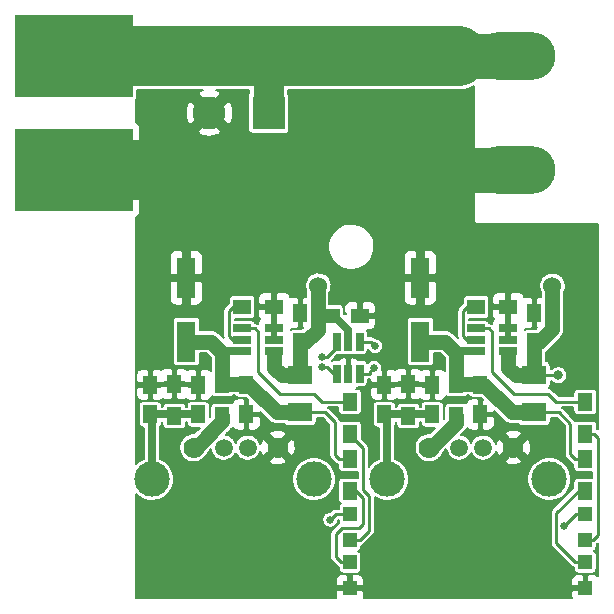
<source format=gtl>
G04 #@! TF.FileFunction,Copper,L1,Top,Signal*
%FSLAX46Y46*%
G04 Gerber Fmt 4.6, Leading zero omitted, Abs format (unit mm)*
G04 Created by KiCad (PCBNEW 4.0.7-e2-6376~58~ubuntu16.04.1) date Fri Nov  3 20:46:07 2017*
%MOMM*%
%LPD*%
G01*
G04 APERTURE LIST*
%ADD10C,0.100000*%
%ADD11R,1.500000X1.300000*%
%ADD12R,1.250000X1.500000*%
%ADD13R,2.030000X1.650000*%
%ADD14R,0.650000X1.560000*%
%ADD15R,10.000000X7.000000*%
%ADD16O,6.850000X4.050000*%
%ADD17R,1.560000X0.650000*%
%ADD18R,1.500000X1.250000*%
%ADD19R,1.200000X1.200000*%
%ADD20C,1.778000*%
%ADD21C,1.500000*%
%ADD22C,3.000000*%
%ADD23R,1.300000X1.500000*%
%ADD24R,2.794000X2.794000*%
%ADD25C,2.794000*%
%ADD26R,1.600000X3.500000*%
%ADD27C,0.812800*%
%ADD28C,1.524000*%
%ADD29C,0.635000*%
%ADD30C,1.270000*%
%ADD31C,0.254000*%
%ADD32C,0.635000*%
%ADD33C,5.080000*%
%ADD34C,3.810000*%
%ADD35C,2.540000*%
%ADD36C,0.203200*%
G04 APERTURE END LIST*
D10*
D11*
X142414000Y-105918000D03*
X145114000Y-105918000D03*
D12*
X147320000Y-108946000D03*
X147320000Y-106446000D03*
D13*
X147320000Y-111704000D03*
X147320000Y-114864000D03*
D14*
X150434000Y-111586000D03*
X151384000Y-111586000D03*
X152334000Y-111586000D03*
X152334000Y-108886000D03*
X150434000Y-108886000D03*
X151384000Y-108886000D03*
D15*
X128130800Y-84683600D03*
X128130800Y-94335600D03*
D16*
X165473000Y-84709000D03*
X165473000Y-94352000D03*
D17*
X145114000Y-109662000D03*
X145114000Y-108712000D03*
X145114000Y-107762000D03*
X142414000Y-107762000D03*
X142414000Y-109662000D03*
X142414000Y-108712000D03*
D18*
X149880000Y-106680000D03*
X152380000Y-106680000D03*
D12*
X167132000Y-108946000D03*
X167132000Y-106446000D03*
X142748000Y-112542000D03*
X142748000Y-115042000D03*
X162560000Y-112542000D03*
X162560000Y-115042000D03*
X134620000Y-115042000D03*
X134620000Y-112542000D03*
X154432000Y-115042000D03*
X154432000Y-112542000D03*
X138684000Y-115042000D03*
X138684000Y-112542000D03*
X158496000Y-115042000D03*
X158496000Y-112542000D03*
D19*
X151511000Y-123487000D03*
X151511000Y-125687000D03*
X171450000Y-123487000D03*
X171450000Y-125687000D03*
X151511000Y-127551000D03*
X151511000Y-129751000D03*
X171450000Y-127551000D03*
X171450000Y-129751000D03*
D20*
X145413000Y-117856000D03*
D21*
X142873000Y-117856000D03*
X140843000Y-117856000D03*
D20*
X138303000Y-117856000D03*
D22*
X148463000Y-120526000D03*
X134743000Y-120526000D03*
D20*
X165352000Y-117856000D03*
D21*
X162812000Y-117856000D03*
X160782000Y-117856000D03*
D20*
X158242000Y-117856000D03*
D22*
X168402000Y-120526000D03*
X154682000Y-120526000D03*
D23*
X151511000Y-113966000D03*
X151511000Y-116666000D03*
X171450000Y-113966000D03*
X171450000Y-116666000D03*
D11*
X162226000Y-105918000D03*
X164926000Y-105918000D03*
D23*
X151511000Y-118792000D03*
X151511000Y-121492000D03*
X171450000Y-118792000D03*
X171450000Y-121492000D03*
X136652000Y-115142000D03*
X136652000Y-112442000D03*
X156464000Y-115142000D03*
X156464000Y-112442000D03*
D17*
X164926000Y-109662000D03*
X164926000Y-108712000D03*
X164926000Y-107762000D03*
X162226000Y-107762000D03*
X162226000Y-109662000D03*
X162226000Y-108712000D03*
D24*
X144627600Y-89509600D03*
D25*
X139627600Y-89509600D03*
D26*
X137668000Y-108872000D03*
X137668000Y-103472000D03*
X157480000Y-108872000D03*
X157480000Y-103472000D03*
D13*
X167132000Y-111704000D03*
X167132000Y-114864000D03*
D23*
X140716000Y-112442000D03*
X140716000Y-115142000D03*
X160528000Y-112442000D03*
X160528000Y-115142000D03*
D27*
X169161569Y-111726351D03*
D28*
X148844000Y-104140000D03*
X168669006Y-104153006D03*
D29*
X149860000Y-123952000D03*
X169672000Y-124460000D03*
X149161151Y-111055619D03*
X149161151Y-110196945D03*
X153566887Y-111085273D03*
X153648116Y-109264409D03*
D30*
X167132000Y-111704000D02*
X165552000Y-111704000D01*
X165552000Y-111704000D02*
X164940081Y-111092081D01*
X164940081Y-111092081D02*
X164940081Y-109967919D01*
D31*
X167132000Y-111704000D02*
X169138341Y-111704000D01*
X169160692Y-111726351D02*
X169161569Y-111726351D01*
X169138341Y-111704000D02*
X169160692Y-111726351D01*
D30*
X168669006Y-104153006D02*
X168669006Y-107830376D01*
X168669006Y-107830376D02*
X167553382Y-108946000D01*
X167553382Y-108946000D02*
X167132000Y-108946000D01*
X167132000Y-108946000D02*
X167132000Y-111704000D01*
X147320000Y-111704000D02*
X145740000Y-111704000D01*
X145740000Y-111704000D02*
X145111203Y-111075203D01*
X145111203Y-111075203D02*
X145111203Y-109967951D01*
X147320000Y-108946000D02*
X147320000Y-111704000D01*
X148783201Y-106680000D02*
X148783201Y-107866561D01*
X147703762Y-108946000D02*
X147320000Y-108946000D01*
X148783201Y-107866561D02*
X147703762Y-108946000D01*
D32*
X148783201Y-106680000D02*
X150177321Y-106680000D01*
X150177321Y-106680000D02*
X151384000Y-107886679D01*
X151384000Y-107886679D02*
X151384000Y-108886000D01*
D30*
X148783201Y-106680000D02*
X148783201Y-104200799D01*
X148783201Y-104200799D02*
X148844000Y-104140000D01*
D31*
X169672000Y-124460000D02*
X169672209Y-124460000D01*
X169672209Y-124460000D02*
X170643265Y-123488944D01*
X170643265Y-123488944D02*
X171448056Y-123488944D01*
X171448056Y-123488944D02*
X171450000Y-123487000D01*
X151511000Y-123487000D02*
X150325000Y-123487000D01*
X150325000Y-123487000D02*
X149860000Y-123952000D01*
D33*
X132130800Y-84683600D02*
X144551400Y-84683600D01*
D34*
X165973000Y-84709000D02*
X160655000Y-84709000D01*
D33*
X144627600Y-84709000D02*
X160655000Y-84709000D01*
D35*
X144627600Y-89509600D02*
X144627600Y-84759800D01*
D33*
X132130800Y-94335600D02*
X133705600Y-94335600D01*
D34*
X165973000Y-94361000D02*
X161417000Y-94361000D01*
D31*
X151511000Y-118792000D02*
X150607000Y-118792000D01*
X150262739Y-118447739D02*
X150262739Y-115718739D01*
X150607000Y-118792000D02*
X150262739Y-118447739D01*
X150262739Y-115718739D02*
X149408000Y-114864000D01*
X149408000Y-114864000D02*
X147320000Y-114864000D01*
D30*
X147320000Y-114864000D02*
X145336900Y-114864000D01*
X145336900Y-114864000D02*
X143014900Y-112542000D01*
X143014900Y-112542000D02*
X142748000Y-112542000D01*
X140716000Y-112442000D02*
X142648000Y-112442000D01*
X142648000Y-112442000D02*
X142748000Y-112542000D01*
D32*
X142414000Y-109662000D02*
X140904000Y-109662000D01*
X140904000Y-109662000D02*
X140716000Y-109850000D01*
D30*
X140716000Y-109850000D02*
X140716000Y-112442000D01*
X137668000Y-108872000D02*
X139738000Y-108872000D01*
X139738000Y-108872000D02*
X140716000Y-109850000D01*
D31*
X171450000Y-118792000D02*
X170546000Y-118792000D01*
X170546000Y-118792000D02*
X170180000Y-118426000D01*
X170180000Y-118426000D02*
X170180000Y-115824000D01*
X170180000Y-115824000D02*
X169220000Y-114864000D01*
X169220000Y-114864000D02*
X167132000Y-114864000D01*
D30*
X162560000Y-112542000D02*
X162911970Y-112542000D01*
X162911970Y-112542000D02*
X165233970Y-114864000D01*
X165233970Y-114864000D02*
X167132000Y-114864000D01*
X160528000Y-112442000D02*
X162460000Y-112442000D01*
X162460000Y-112442000D02*
X162560000Y-112542000D01*
D32*
X162226000Y-109662000D02*
X160716000Y-109662000D01*
X160716000Y-109662000D02*
X160528000Y-109850000D01*
D30*
X160528000Y-109850000D02*
X160528000Y-112442000D01*
X157480000Y-108872000D02*
X159550000Y-108872000D01*
X159550000Y-108872000D02*
X160528000Y-109850000D01*
D32*
X138684000Y-115042000D02*
X136752000Y-115042000D01*
X134620000Y-115042000D02*
X136552000Y-115042000D01*
X134743000Y-120526000D02*
X134743000Y-115165000D01*
D31*
X134743000Y-115165000D02*
X134620000Y-115042000D01*
D32*
X158496000Y-115042000D02*
X156564000Y-115042000D01*
D31*
X156564000Y-115042000D02*
X156464000Y-115142000D01*
D32*
X154432000Y-115042000D02*
X156364000Y-115042000D01*
D31*
X156364000Y-115042000D02*
X156464000Y-115142000D01*
D32*
X154682000Y-120526000D02*
X154682000Y-115292000D01*
D31*
X154682000Y-115292000D02*
X154432000Y-115042000D01*
X151511000Y-116766000D02*
X151511000Y-116666000D01*
X152654000Y-117909000D02*
X151511000Y-116766000D01*
X152654000Y-121457297D02*
X152654000Y-117909000D01*
X153162000Y-121965297D02*
X152654000Y-121457297D01*
X152365000Y-125687000D02*
X153162000Y-124890000D01*
X151511000Y-125687000D02*
X152365000Y-125687000D01*
X153162000Y-124890000D02*
X153162000Y-121965297D01*
X171450000Y-125687000D02*
X172098240Y-125687000D01*
X172098240Y-125687000D02*
X172518025Y-125267215D01*
X172518025Y-125267215D02*
X172518025Y-116997294D01*
X172518025Y-116997294D02*
X172186731Y-116666000D01*
X172186731Y-116666000D02*
X171450000Y-116666000D01*
X151511000Y-127551000D02*
X150788023Y-127551000D01*
X152326954Y-124632104D02*
X152654000Y-124305058D01*
X150788023Y-127551000D02*
X150305470Y-127068447D01*
X150305470Y-127068447D02*
X150305470Y-125196305D01*
X150305470Y-125196305D02*
X150869671Y-124632104D01*
X150869671Y-124632104D02*
X152326954Y-124632104D01*
X152654000Y-124305058D02*
X152654000Y-122148235D01*
X152654000Y-122148235D02*
X151997765Y-121492000D01*
X151997765Y-121492000D02*
X151511000Y-121492000D01*
X170928543Y-121492000D02*
X171450000Y-121492000D01*
X169000734Y-123419809D02*
X170928543Y-121492000D01*
X170596000Y-127551000D02*
X169000734Y-125955734D01*
X169000734Y-125955734D02*
X169000734Y-123419809D01*
X171450000Y-127551000D02*
X170596000Y-127551000D01*
X142414000Y-107762000D02*
X143448000Y-107762000D01*
X143448000Y-107762000D02*
X143778417Y-108092417D01*
X143778417Y-108092417D02*
X143778417Y-111457906D01*
X145607889Y-113287378D02*
X148507096Y-113287378D01*
X143778417Y-111457906D02*
X145607889Y-113287378D01*
X148507096Y-113287378D02*
X149185718Y-113966000D01*
X149185718Y-113966000D02*
X151511000Y-113966000D01*
X162226000Y-107762000D02*
X163260000Y-107762000D01*
X163576068Y-108078068D02*
X163576068Y-111458065D01*
X163260000Y-107762000D02*
X163576068Y-108078068D01*
X163576068Y-111458065D02*
X165402003Y-113284000D01*
X165402003Y-113284000D02*
X168321037Y-113284000D01*
X168321037Y-113284000D02*
X169003037Y-113966000D01*
X169003037Y-113966000D02*
X171450000Y-113966000D01*
X171276000Y-113792000D02*
X171450000Y-113966000D01*
D30*
X140716000Y-115142000D02*
X140716000Y-115632462D01*
X138304568Y-117857568D02*
X138303000Y-117856000D01*
X140716000Y-115632462D02*
X138490894Y-117857568D01*
X138490894Y-117857568D02*
X138304568Y-117857568D01*
X160528000Y-115142000D02*
X160528000Y-115759462D01*
X160528000Y-115759462D02*
X158420307Y-117867155D01*
X158420307Y-117867155D02*
X158251657Y-117867155D01*
X158251657Y-117867155D02*
X158251657Y-117865657D01*
X158251657Y-117865657D02*
X158242000Y-117856000D01*
D31*
X142414000Y-108712000D02*
X141600491Y-108712000D01*
X141600491Y-108712000D02*
X141274634Y-108386143D01*
X141615174Y-105918000D02*
X142414000Y-105918000D01*
X141274634Y-108386143D02*
X141274634Y-106258540D01*
X141274634Y-106258540D02*
X141615174Y-105918000D01*
X162226000Y-108712000D02*
X161417793Y-108712000D01*
X161417793Y-108712000D02*
X161101997Y-108396204D01*
X161101997Y-108396204D02*
X161101997Y-106251494D01*
X161101997Y-106251494D02*
X161435491Y-105918000D01*
X161435491Y-105918000D02*
X162226000Y-105918000D01*
X150434000Y-111586000D02*
X150138445Y-111586000D01*
X150138445Y-111586000D02*
X149608064Y-111055619D01*
X149608064Y-111055619D02*
X149161151Y-111055619D01*
X150434000Y-108886000D02*
X150434000Y-109339721D01*
X150434000Y-109339721D02*
X149576776Y-110196945D01*
X149576776Y-110196945D02*
X149161151Y-110196945D01*
X152334000Y-111586000D02*
X153249388Y-111586000D01*
X153249388Y-111586000D02*
X153249388Y-111402772D01*
X153249388Y-111402772D02*
X153566887Y-111085273D01*
X153330617Y-108946910D02*
X153648116Y-109264409D01*
X153269707Y-108886000D02*
X153330617Y-108946910D01*
X152334000Y-108886000D02*
X153269707Y-108886000D01*
D36*
G36*
X162002400Y-92303000D02*
X162002506Y-92304081D01*
X162002410Y-92304994D01*
X162010027Y-92388686D01*
X162033755Y-92469306D01*
X162072689Y-92543781D01*
X162109781Y-92589914D01*
X162102294Y-92596819D01*
X161797742Y-93015010D01*
X161580627Y-93484581D01*
X161499035Y-93790024D01*
X161595483Y-94199600D01*
X162331400Y-94199600D01*
X162331400Y-94504400D01*
X161595483Y-94504400D01*
X161499035Y-94913976D01*
X161580627Y-95219419D01*
X161797742Y-95688990D01*
X162097710Y-96100886D01*
X162077706Y-96124725D01*
X162076978Y-96126049D01*
X162076016Y-96127212D01*
X162056759Y-96162828D01*
X162037220Y-96198369D01*
X162036763Y-96199810D01*
X162036046Y-96201136D01*
X162024071Y-96239821D01*
X162011810Y-96278473D01*
X162011642Y-96279973D01*
X162011195Y-96281416D01*
X162006954Y-96321767D01*
X162002442Y-96361988D01*
X162002422Y-96364882D01*
X162002410Y-96364994D01*
X162002420Y-96365106D01*
X162002400Y-96368000D01*
X162002400Y-98526000D01*
X162006348Y-98566268D01*
X162010027Y-98606686D01*
X162010454Y-98608136D01*
X162010601Y-98609637D01*
X162022320Y-98648454D01*
X162033755Y-98687306D01*
X162034453Y-98688641D01*
X162034890Y-98690089D01*
X162053919Y-98725878D01*
X162072689Y-98761781D01*
X162073637Y-98762960D01*
X162074344Y-98764290D01*
X162099911Y-98795638D01*
X162125348Y-98827275D01*
X162126506Y-98828247D01*
X162127459Y-98829415D01*
X162158643Y-98855213D01*
X162189725Y-98881294D01*
X162191049Y-98882022D01*
X162192212Y-98882984D01*
X162227828Y-98902241D01*
X162263369Y-98921780D01*
X162264810Y-98922237D01*
X162266136Y-98922954D01*
X162304821Y-98934929D01*
X162343473Y-98947190D01*
X162344973Y-98947358D01*
X162346416Y-98947805D01*
X162386767Y-98952046D01*
X162426988Y-98956558D01*
X162429882Y-98956578D01*
X162429994Y-98956590D01*
X162430106Y-98956580D01*
X162433000Y-98956600D01*
X172505400Y-98956600D01*
X172505400Y-116306202D01*
X172493534Y-116296455D01*
X172459384Y-116267800D01*
X172457320Y-116266665D01*
X172457320Y-115916000D01*
X172452804Y-115859372D01*
X172423060Y-115763325D01*
X172367736Y-115679367D01*
X172291212Y-115614146D01*
X172199547Y-115572827D01*
X172100000Y-115558680D01*
X170800000Y-115558680D01*
X170743372Y-115563196D01*
X170647325Y-115592940D01*
X170613103Y-115615490D01*
X170605242Y-115600705D01*
X170584742Y-115561157D01*
X170583161Y-115559176D01*
X170581968Y-115556933D01*
X170553783Y-115522375D01*
X170525981Y-115487548D01*
X170522495Y-115484012D01*
X170522439Y-115483944D01*
X170522376Y-115483892D01*
X170521250Y-115482750D01*
X169561250Y-114522750D01*
X169526803Y-114494455D01*
X169492653Y-114465800D01*
X169490430Y-114464578D01*
X169488469Y-114462967D01*
X169461675Y-114448600D01*
X170442680Y-114448600D01*
X170442680Y-114716000D01*
X170447196Y-114772628D01*
X170476940Y-114868675D01*
X170532264Y-114952633D01*
X170608788Y-115017854D01*
X170700453Y-115059173D01*
X170800000Y-115073320D01*
X172100000Y-115073320D01*
X172156628Y-115068804D01*
X172252675Y-115039060D01*
X172336633Y-114983736D01*
X172401854Y-114907212D01*
X172443173Y-114815547D01*
X172457320Y-114716000D01*
X172457320Y-113216000D01*
X172452804Y-113159372D01*
X172423060Y-113063325D01*
X172367736Y-112979367D01*
X172291212Y-112914146D01*
X172199547Y-112872827D01*
X172100000Y-112858680D01*
X170800000Y-112858680D01*
X170743372Y-112863196D01*
X170647325Y-112892940D01*
X170563367Y-112948264D01*
X170498146Y-113024788D01*
X170456827Y-113116453D01*
X170442680Y-113216000D01*
X170442680Y-113483400D01*
X169202936Y-113483400D01*
X168662287Y-112942750D01*
X168627840Y-112914455D01*
X168593690Y-112885800D01*
X168591467Y-112884578D01*
X168589506Y-112882967D01*
X168550189Y-112861885D01*
X168511153Y-112840425D01*
X168508737Y-112839659D01*
X168506498Y-112838458D01*
X168463835Y-112825415D01*
X168421375Y-112811946D01*
X168418854Y-112811663D01*
X168416426Y-112810921D01*
X168372071Y-112806416D01*
X168369398Y-112806116D01*
X168383633Y-112796736D01*
X168448854Y-112720212D01*
X168490173Y-112628547D01*
X168504320Y-112529000D01*
X168504320Y-112186600D01*
X168551609Y-112186600D01*
X168561505Y-112201956D01*
X168665312Y-112309451D01*
X168788021Y-112394736D01*
X168924959Y-112454563D01*
X169070909Y-112486652D01*
X169220312Y-112489781D01*
X169367477Y-112463832D01*
X169506800Y-112409792D01*
X169632973Y-112329721D01*
X169741190Y-112226667D01*
X169827330Y-112104556D01*
X169888111Y-111968039D01*
X169921218Y-111822317D01*
X169923602Y-111651633D01*
X169894576Y-111505043D01*
X169837630Y-111366883D01*
X169754934Y-111242414D01*
X169649636Y-111136379D01*
X169525748Y-111052816D01*
X169387989Y-110994907D01*
X169241605Y-110964859D01*
X169092173Y-110963815D01*
X168945384Y-110991817D01*
X168806829Y-111047796D01*
X168681787Y-111129622D01*
X168588066Y-111221400D01*
X168504320Y-111221400D01*
X168504320Y-110879000D01*
X168499804Y-110822372D01*
X168470060Y-110726325D01*
X168414736Y-110642367D01*
X168338212Y-110577146D01*
X168246547Y-110535827D01*
X168147000Y-110521680D01*
X168122600Y-110521680D01*
X168122600Y-109753942D01*
X168172538Y-109713213D01*
X168243993Y-109656171D01*
X168251239Y-109649027D01*
X168251393Y-109648901D01*
X168251511Y-109648758D01*
X168253842Y-109646460D01*
X169369466Y-108530836D01*
X169427556Y-108460116D01*
X169486363Y-108390032D01*
X169488870Y-108385471D01*
X169492180Y-108381442D01*
X169535450Y-108300743D01*
X169579501Y-108220615D01*
X169581076Y-108215652D01*
X169583538Y-108211059D01*
X169610301Y-108123521D01*
X169637959Y-108036333D01*
X169638539Y-108031158D01*
X169640063Y-108026175D01*
X169649319Y-107935057D01*
X169659509Y-107844207D01*
X169659580Y-107834037D01*
X169659601Y-107833833D01*
X169659583Y-107833643D01*
X169659606Y-107830376D01*
X169659606Y-104675925D01*
X169734601Y-104507482D01*
X169783159Y-104293756D01*
X169786654Y-104043420D01*
X169744083Y-103828421D01*
X169660563Y-103625786D01*
X169539275Y-103443232D01*
X169384838Y-103287713D01*
X169203136Y-103165154D01*
X169001089Y-103080221D01*
X168786392Y-103036150D01*
X168567225Y-103034620D01*
X168351934Y-103075689D01*
X168148721Y-103157792D01*
X167965325Y-103277803D01*
X167808732Y-103431150D01*
X167684907Y-103611993D01*
X167598565Y-103813442D01*
X167552997Y-104027825D01*
X167549937Y-104246977D01*
X167589501Y-104462549D01*
X167670184Y-104666331D01*
X167678406Y-104679089D01*
X167678406Y-105086400D01*
X167436800Y-105086400D01*
X167284400Y-105238800D01*
X167284400Y-106293600D01*
X167304400Y-106293600D01*
X167304400Y-106598400D01*
X167284400Y-106598400D01*
X167284400Y-107653200D01*
X167364831Y-107733631D01*
X167259782Y-107838680D01*
X166507000Y-107838680D01*
X166450372Y-107843196D01*
X166354325Y-107872940D01*
X166315600Y-107898458D01*
X166315600Y-107776545D01*
X166329186Y-107782173D01*
X166446959Y-107805600D01*
X166827200Y-107805600D01*
X166979600Y-107653200D01*
X166979600Y-106598400D01*
X166959600Y-106598400D01*
X166959600Y-106293600D01*
X166979600Y-106293600D01*
X166979600Y-105238800D01*
X166827200Y-105086400D01*
X166446959Y-105086400D01*
X166329186Y-105109827D01*
X166270884Y-105133977D01*
X166262173Y-105090186D01*
X166216220Y-104979246D01*
X166149507Y-104879402D01*
X166064597Y-104794493D01*
X165964754Y-104727779D01*
X165853813Y-104681827D01*
X165736040Y-104658400D01*
X165230800Y-104658400D01*
X165078400Y-104810800D01*
X165078400Y-105765600D01*
X165098400Y-105765600D01*
X165098400Y-106070400D01*
X165078400Y-106070400D01*
X165078400Y-107609600D01*
X165098400Y-107609600D01*
X165098400Y-107909800D01*
X165093800Y-107914400D01*
X165078400Y-107914400D01*
X165078400Y-108559600D01*
X165093800Y-108559600D01*
X165098400Y-108564200D01*
X165098400Y-108864400D01*
X165078400Y-108864400D01*
X165078400Y-108884400D01*
X164773600Y-108884400D01*
X164773600Y-108864400D01*
X164753600Y-108864400D01*
X164753600Y-108564200D01*
X164758200Y-108559600D01*
X164773600Y-108559600D01*
X164773600Y-107914400D01*
X164758200Y-107914400D01*
X164753600Y-107909800D01*
X164753600Y-107609600D01*
X164773600Y-107609600D01*
X164773600Y-106070400D01*
X163718800Y-106070400D01*
X163566400Y-106222800D01*
X163566400Y-106628041D01*
X163589827Y-106745814D01*
X163635780Y-106856754D01*
X163702493Y-106956598D01*
X163733396Y-106987500D01*
X163672493Y-107048402D01*
X163605780Y-107148246D01*
X163559827Y-107259186D01*
X163538107Y-107368377D01*
X163532653Y-107363800D01*
X163530430Y-107362578D01*
X163528469Y-107360967D01*
X163489152Y-107339885D01*
X163450116Y-107318425D01*
X163447700Y-107317659D01*
X163445461Y-107316458D01*
X163402798Y-107303415D01*
X163360338Y-107289946D01*
X163357817Y-107289663D01*
X163355389Y-107288921D01*
X163329674Y-107286309D01*
X163329060Y-107284325D01*
X163273736Y-107200367D01*
X163197212Y-107135146D01*
X163105547Y-107093827D01*
X163006000Y-107079680D01*
X161584597Y-107079680D01*
X161584597Y-106925320D01*
X162976000Y-106925320D01*
X163032628Y-106920804D01*
X163128675Y-106891060D01*
X163212633Y-106835736D01*
X163277854Y-106759212D01*
X163319173Y-106667547D01*
X163333320Y-106568000D01*
X163333320Y-105268000D01*
X163328804Y-105211372D01*
X163327748Y-105207959D01*
X163566400Y-105207959D01*
X163566400Y-105613200D01*
X163718800Y-105765600D01*
X164773600Y-105765600D01*
X164773600Y-104810800D01*
X164621200Y-104658400D01*
X164115960Y-104658400D01*
X163998187Y-104681827D01*
X163887246Y-104727779D01*
X163787403Y-104794493D01*
X163702493Y-104879402D01*
X163635780Y-104979246D01*
X163589827Y-105090186D01*
X163566400Y-105207959D01*
X163327748Y-105207959D01*
X163299060Y-105115325D01*
X163243736Y-105031367D01*
X163167212Y-104966146D01*
X163075547Y-104924827D01*
X162976000Y-104910680D01*
X161476000Y-104910680D01*
X161419372Y-104915196D01*
X161323325Y-104944940D01*
X161239367Y-105000264D01*
X161174146Y-105076788D01*
X161132827Y-105168453D01*
X161118680Y-105268000D01*
X161118680Y-105556340D01*
X161099039Y-105572019D01*
X161095503Y-105575505D01*
X161095435Y-105575561D01*
X161095383Y-105575624D01*
X161094241Y-105576750D01*
X160760747Y-105910244D01*
X160732452Y-105944691D01*
X160703797Y-105978841D01*
X160702575Y-105981064D01*
X160700964Y-105983025D01*
X160679882Y-106022342D01*
X160658422Y-106061378D01*
X160657656Y-106063794D01*
X160656455Y-106066033D01*
X160643412Y-106108696D01*
X160629943Y-106151156D01*
X160629660Y-106153677D01*
X160628918Y-106156105D01*
X160624413Y-106200460D01*
X160619444Y-106244756D01*
X160619409Y-106249716D01*
X160619400Y-106249809D01*
X160619408Y-106249895D01*
X160619397Y-106251494D01*
X160619397Y-108396204D01*
X160623743Y-108440530D01*
X160627632Y-108484979D01*
X160628341Y-108487418D01*
X160628588Y-108489941D01*
X160641469Y-108532604D01*
X160653731Y-108574811D01*
X160250460Y-108171540D01*
X160179767Y-108113472D01*
X160109656Y-108054643D01*
X160105092Y-108052134D01*
X160101066Y-108048827D01*
X160020406Y-108005577D01*
X159940239Y-107961505D01*
X159935275Y-107959930D01*
X159930683Y-107957468D01*
X159843145Y-107930705D01*
X159755957Y-107903047D01*
X159750782Y-107902467D01*
X159745799Y-107900943D01*
X159654721Y-107891692D01*
X159563831Y-107881497D01*
X159553651Y-107881426D01*
X159553458Y-107881406D01*
X159553278Y-107881423D01*
X159550000Y-107881400D01*
X158637320Y-107881400D01*
X158637320Y-107122000D01*
X158632804Y-107065372D01*
X158603060Y-106969325D01*
X158547736Y-106885367D01*
X158471212Y-106820146D01*
X158379547Y-106778827D01*
X158280000Y-106764680D01*
X156680000Y-106764680D01*
X156623372Y-106769196D01*
X156527325Y-106798940D01*
X156443367Y-106854264D01*
X156378146Y-106930788D01*
X156336827Y-107022453D01*
X156322680Y-107122000D01*
X156322680Y-110622000D01*
X156327196Y-110678628D01*
X156356940Y-110774675D01*
X156412264Y-110858633D01*
X156488788Y-110923854D01*
X156580453Y-110965173D01*
X156680000Y-110979320D01*
X158280000Y-110979320D01*
X158336628Y-110974804D01*
X158432675Y-110945060D01*
X158516633Y-110889736D01*
X158581854Y-110813212D01*
X158623173Y-110721547D01*
X158637320Y-110622000D01*
X158637320Y-109862600D01*
X159139680Y-109862600D01*
X159537400Y-110260320D01*
X159537400Y-111346295D01*
X159509598Y-111318493D01*
X159409754Y-111251780D01*
X159298814Y-111205827D01*
X159181041Y-111182400D01*
X158800800Y-111182400D01*
X158648400Y-111334800D01*
X158648400Y-112389600D01*
X158668400Y-112389600D01*
X158668400Y-112694400D01*
X158648400Y-112694400D01*
X158648400Y-113749200D01*
X158800800Y-113901600D01*
X159181041Y-113901600D01*
X159298814Y-113878173D01*
X159409754Y-113832220D01*
X159509598Y-113765507D01*
X159594507Y-113680597D01*
X159661221Y-113580754D01*
X159695575Y-113497815D01*
X159778453Y-113535173D01*
X159878000Y-113549320D01*
X161178000Y-113549320D01*
X161234628Y-113544804D01*
X161330675Y-113515060D01*
X161414633Y-113459736D01*
X161437761Y-113432600D01*
X161608201Y-113432600D01*
X161611940Y-113444675D01*
X161667264Y-113528633D01*
X161743788Y-113593854D01*
X161835453Y-113635173D01*
X161935000Y-113649320D01*
X162618370Y-113649320D01*
X162758125Y-113789075D01*
X162712400Y-113834800D01*
X162712400Y-114889600D01*
X163642200Y-114889600D01*
X163750425Y-114781375D01*
X164533510Y-115564460D01*
X164604203Y-115622528D01*
X164674314Y-115681357D01*
X164678878Y-115683866D01*
X164682904Y-115687173D01*
X164763564Y-115730423D01*
X164843731Y-115774495D01*
X164848695Y-115776070D01*
X164853287Y-115778532D01*
X164940825Y-115805295D01*
X165028013Y-115832953D01*
X165033188Y-115833533D01*
X165038171Y-115835057D01*
X165129249Y-115844308D01*
X165220139Y-115854503D01*
X165230319Y-115854574D01*
X165230512Y-115854594D01*
X165230692Y-115854577D01*
X165233970Y-115854600D01*
X165802457Y-115854600D01*
X165849264Y-115925633D01*
X165925788Y-115990854D01*
X166017453Y-116032173D01*
X166117000Y-116046320D01*
X168147000Y-116046320D01*
X168203628Y-116041804D01*
X168299675Y-116012060D01*
X168383633Y-115956736D01*
X168448854Y-115880212D01*
X168490173Y-115788547D01*
X168504320Y-115689000D01*
X168504320Y-115346600D01*
X169020100Y-115346600D01*
X169697400Y-116023900D01*
X169697400Y-118426000D01*
X169701746Y-118470326D01*
X169705635Y-118514775D01*
X169706344Y-118517214D01*
X169706591Y-118519737D01*
X169719472Y-118562400D01*
X169731913Y-118605223D01*
X169733080Y-118607475D01*
X169733814Y-118609905D01*
X169754758Y-118649295D01*
X169775258Y-118688843D01*
X169776839Y-118690824D01*
X169778032Y-118693067D01*
X169806217Y-118727625D01*
X169834019Y-118762452D01*
X169837505Y-118765988D01*
X169837561Y-118766056D01*
X169837624Y-118766108D01*
X169838750Y-118767250D01*
X170204750Y-119133250D01*
X170239197Y-119161545D01*
X170273347Y-119190200D01*
X170275570Y-119191422D01*
X170277531Y-119193033D01*
X170316848Y-119214115D01*
X170355884Y-119235575D01*
X170358300Y-119236341D01*
X170360539Y-119237542D01*
X170403215Y-119250589D01*
X170442680Y-119263108D01*
X170442680Y-119542000D01*
X170447196Y-119598628D01*
X170476940Y-119694675D01*
X170532264Y-119778633D01*
X170608788Y-119843854D01*
X170700453Y-119885173D01*
X170800000Y-119899320D01*
X172035425Y-119899320D01*
X172035425Y-120384680D01*
X170800000Y-120384680D01*
X170743372Y-120389196D01*
X170647325Y-120418940D01*
X170563367Y-120474264D01*
X170498146Y-120550788D01*
X170456827Y-120642453D01*
X170442680Y-120742000D01*
X170442680Y-121295364D01*
X168659484Y-123078559D01*
X168631189Y-123113006D01*
X168602534Y-123147156D01*
X168601312Y-123149379D01*
X168599701Y-123151340D01*
X168578619Y-123190657D01*
X168557159Y-123229693D01*
X168556393Y-123232109D01*
X168555192Y-123234348D01*
X168542149Y-123277011D01*
X168528680Y-123319471D01*
X168528397Y-123321992D01*
X168527655Y-123324420D01*
X168523150Y-123368775D01*
X168518181Y-123413071D01*
X168518146Y-123418031D01*
X168518137Y-123418124D01*
X168518145Y-123418210D01*
X168518134Y-123419809D01*
X168518134Y-125955734D01*
X168522480Y-126000060D01*
X168526369Y-126044509D01*
X168527078Y-126046948D01*
X168527325Y-126049471D01*
X168540206Y-126092134D01*
X168552647Y-126134957D01*
X168553814Y-126137209D01*
X168554548Y-126139639D01*
X168575492Y-126179029D01*
X168595992Y-126218577D01*
X168597573Y-126220558D01*
X168598766Y-126222801D01*
X168626951Y-126257359D01*
X168654753Y-126292186D01*
X168658239Y-126295722D01*
X168658295Y-126295790D01*
X168658358Y-126295842D01*
X168659484Y-126296984D01*
X170254750Y-127892250D01*
X170289197Y-127920545D01*
X170323347Y-127949200D01*
X170325570Y-127950422D01*
X170327531Y-127952033D01*
X170366848Y-127973115D01*
X170405884Y-127994575D01*
X170408300Y-127995341D01*
X170410539Y-127996542D01*
X170453202Y-128009585D01*
X170492680Y-128022108D01*
X170492680Y-128151000D01*
X170497196Y-128207628D01*
X170526940Y-128303675D01*
X170582264Y-128387633D01*
X170658788Y-128452854D01*
X170750453Y-128494173D01*
X170850000Y-128508320D01*
X172050000Y-128508320D01*
X172106628Y-128503804D01*
X172202675Y-128474060D01*
X172286633Y-128418736D01*
X172351854Y-128342212D01*
X172393173Y-128250547D01*
X172407320Y-128151000D01*
X172407320Y-126951000D01*
X172402804Y-126894372D01*
X172373060Y-126798325D01*
X172317736Y-126714367D01*
X172241212Y-126649146D01*
X172174119Y-126618903D01*
X172202675Y-126610060D01*
X172286633Y-126554736D01*
X172351854Y-126478212D01*
X172393173Y-126386547D01*
X172407320Y-126287000D01*
X172407320Y-126054832D01*
X172434692Y-126032981D01*
X172438228Y-126029495D01*
X172438296Y-126029439D01*
X172438348Y-126029376D01*
X172439490Y-126028250D01*
X172505400Y-125962340D01*
X172505400Y-128744296D01*
X172438598Y-128677493D01*
X172338754Y-128610780D01*
X172227814Y-128564827D01*
X172110041Y-128541400D01*
X171754800Y-128541400D01*
X171602400Y-128693800D01*
X171602400Y-129598600D01*
X171622400Y-129598600D01*
X171622400Y-129903400D01*
X171602400Y-129903400D01*
X171602400Y-129923400D01*
X171297600Y-129923400D01*
X171297600Y-129903400D01*
X170392800Y-129903400D01*
X170240400Y-130055800D01*
X170240400Y-130411040D01*
X170263827Y-130528813D01*
X170291407Y-130595400D01*
X152669593Y-130595400D01*
X152697173Y-130528813D01*
X152720600Y-130411040D01*
X152720600Y-130055800D01*
X152568200Y-129903400D01*
X151663400Y-129903400D01*
X151663400Y-129923400D01*
X151358600Y-129923400D01*
X151358600Y-129903400D01*
X150453800Y-129903400D01*
X150301400Y-130055800D01*
X150301400Y-130411040D01*
X150324827Y-130528813D01*
X150352407Y-130595400D01*
X133366600Y-130595400D01*
X133366600Y-129090960D01*
X150301400Y-129090960D01*
X150301400Y-129446200D01*
X150453800Y-129598600D01*
X151358600Y-129598600D01*
X151358600Y-128693800D01*
X151663400Y-128693800D01*
X151663400Y-129598600D01*
X152568200Y-129598600D01*
X152720600Y-129446200D01*
X152720600Y-129090960D01*
X170240400Y-129090960D01*
X170240400Y-129446200D01*
X170392800Y-129598600D01*
X171297600Y-129598600D01*
X171297600Y-128693800D01*
X171145200Y-128541400D01*
X170789959Y-128541400D01*
X170672186Y-128564827D01*
X170561246Y-128610780D01*
X170461402Y-128677493D01*
X170376493Y-128762403D01*
X170309779Y-128862246D01*
X170263827Y-128973187D01*
X170240400Y-129090960D01*
X152720600Y-129090960D01*
X152697173Y-128973187D01*
X152651221Y-128862246D01*
X152584507Y-128762403D01*
X152499598Y-128677493D01*
X152399754Y-128610780D01*
X152288814Y-128564827D01*
X152171041Y-128541400D01*
X151815800Y-128541400D01*
X151663400Y-128693800D01*
X151358600Y-128693800D01*
X151206200Y-128541400D01*
X150850959Y-128541400D01*
X150733186Y-128564827D01*
X150622246Y-128610780D01*
X150522402Y-128677493D01*
X150437493Y-128762403D01*
X150370779Y-128862246D01*
X150324827Y-128973187D01*
X150301400Y-129090960D01*
X133366600Y-129090960D01*
X133366600Y-121772051D01*
X133534530Y-121945948D01*
X133833348Y-122153631D01*
X134166814Y-122299319D01*
X134522227Y-122377462D01*
X134886049Y-122385083D01*
X135244422Y-122321892D01*
X135583696Y-122190296D01*
X135890949Y-121995308D01*
X136154476Y-121744354D01*
X136364241Y-121446993D01*
X136512253Y-121114552D01*
X136592875Y-120759694D01*
X136593959Y-120682024D01*
X146604961Y-120682024D01*
X146670653Y-121039947D01*
X146804614Y-121378295D01*
X147001742Y-121684178D01*
X147254530Y-121945948D01*
X147553348Y-122153631D01*
X147886814Y-122299319D01*
X148242227Y-122377462D01*
X148606049Y-122385083D01*
X148964422Y-122321892D01*
X149303696Y-122190296D01*
X149610949Y-121995308D01*
X149874476Y-121744354D01*
X150084241Y-121446993D01*
X150232253Y-121114552D01*
X150312875Y-120759694D01*
X150318679Y-120344049D01*
X150247997Y-119987078D01*
X150109325Y-119650634D01*
X149907944Y-119347532D01*
X149651527Y-119089318D01*
X149349838Y-118885827D01*
X149014371Y-118744809D01*
X148657901Y-118671636D01*
X148294008Y-118669096D01*
X147936552Y-118737284D01*
X147599148Y-118873604D01*
X147294648Y-119072864D01*
X147034650Y-119327472D01*
X146829058Y-119627733D01*
X146685702Y-119962208D01*
X146610042Y-120318157D01*
X146604961Y-120682024D01*
X136593959Y-120682024D01*
X136598679Y-120344049D01*
X136527997Y-119987078D01*
X136389325Y-119650634D01*
X136187944Y-119347532D01*
X135931527Y-119089318D01*
X135629838Y-118885827D01*
X135416100Y-118795979D01*
X135416100Y-116102919D01*
X135481633Y-116059736D01*
X135546854Y-115983212D01*
X135588173Y-115891547D01*
X135602320Y-115792000D01*
X135602320Y-115715100D01*
X135644680Y-115715100D01*
X135644680Y-115892000D01*
X135649196Y-115948628D01*
X135678940Y-116044675D01*
X135734264Y-116128633D01*
X135810788Y-116193854D01*
X135902453Y-116235173D01*
X136002000Y-116249320D01*
X137302000Y-116249320D01*
X137358628Y-116244804D01*
X137454675Y-116215060D01*
X137538633Y-116159736D01*
X137603854Y-116083212D01*
X137645173Y-115991547D01*
X137659320Y-115892000D01*
X137659320Y-115715100D01*
X137701680Y-115715100D01*
X137701680Y-115792000D01*
X137706196Y-115848628D01*
X137735940Y-115944675D01*
X137791264Y-116028633D01*
X137867788Y-116093854D01*
X137959453Y-116135173D01*
X138059000Y-116149320D01*
X138798222Y-116149320D01*
X138335995Y-116611547D01*
X138189653Y-116610525D01*
X137949898Y-116656261D01*
X137723592Y-116747694D01*
X137519355Y-116881343D01*
X137344968Y-117052116D01*
X137207072Y-117253508D01*
X137110919Y-117477850D01*
X137060172Y-117716595D01*
X137056764Y-117960649D01*
X137100825Y-118200718D01*
X137190676Y-118427657D01*
X137322896Y-118632821D01*
X137492447Y-118808397D01*
X137692872Y-118947696D01*
X137916537Y-119045412D01*
X138154921Y-119097825D01*
X138398947Y-119102936D01*
X138639317Y-119060552D01*
X138821246Y-118989986D01*
X144674146Y-118989986D01*
X144769291Y-119217333D01*
X145047243Y-119316757D01*
X145339251Y-119360045D01*
X145634092Y-119345533D01*
X145920438Y-119273780D01*
X146056709Y-119217333D01*
X146151854Y-118989986D01*
X145413000Y-118251131D01*
X144674146Y-118989986D01*
X138821246Y-118989986D01*
X138866877Y-118972287D01*
X139072960Y-118841504D01*
X139249715Y-118673182D01*
X139390409Y-118473735D01*
X139482511Y-118266871D01*
X139745944Y-118003438D01*
X139775086Y-118162219D01*
X139854903Y-118363813D01*
X139972356Y-118546064D01*
X140122971Y-118702031D01*
X140301012Y-118825773D01*
X140499698Y-118912576D01*
X140711459Y-118959135D01*
X140928231Y-118963676D01*
X141141756Y-118926025D01*
X141343902Y-118847618D01*
X141526969Y-118731441D01*
X141683984Y-118581918D01*
X141808965Y-118404745D01*
X141857737Y-118295201D01*
X141884903Y-118363813D01*
X142002356Y-118546064D01*
X142152971Y-118702031D01*
X142331012Y-118825773D01*
X142529698Y-118912576D01*
X142741459Y-118959135D01*
X142958231Y-118963676D01*
X143171756Y-118926025D01*
X143373902Y-118847618D01*
X143556969Y-118731441D01*
X143713984Y-118581918D01*
X143838965Y-118404745D01*
X143927154Y-118206670D01*
X143940841Y-118146427D01*
X143995220Y-118363438D01*
X144051667Y-118499709D01*
X144279014Y-118594854D01*
X145017869Y-117856000D01*
X145808131Y-117856000D01*
X146546986Y-118594854D01*
X146774333Y-118499709D01*
X146873757Y-118221757D01*
X146917045Y-117929749D01*
X146902533Y-117634908D01*
X146830780Y-117348562D01*
X146774333Y-117212291D01*
X146546986Y-117117146D01*
X145808131Y-117856000D01*
X145017869Y-117856000D01*
X144279014Y-117117146D01*
X144051667Y-117212291D01*
X143952243Y-117490243D01*
X143941732Y-117561150D01*
X143936534Y-117534900D01*
X143853911Y-117334441D01*
X143733925Y-117153847D01*
X143581146Y-116999998D01*
X143401395Y-116878754D01*
X143201517Y-116794734D01*
X142989126Y-116751136D01*
X142772312Y-116749622D01*
X142559333Y-116790250D01*
X142358301Y-116871472D01*
X142176874Y-116990194D01*
X142021963Y-117141895D01*
X141899467Y-117320796D01*
X141858084Y-117417350D01*
X141823911Y-117334441D01*
X141703925Y-117153847D01*
X141551146Y-116999998D01*
X141371395Y-116878754D01*
X141171517Y-116794734D01*
X140991583Y-116757799D01*
X141027368Y-116722014D01*
X144674146Y-116722014D01*
X145413000Y-117460869D01*
X146151854Y-116722014D01*
X146056709Y-116494667D01*
X145778757Y-116395243D01*
X145486749Y-116351955D01*
X145191908Y-116366467D01*
X144905562Y-116438220D01*
X144769291Y-116494667D01*
X144674146Y-116722014D01*
X141027368Y-116722014D01*
X141416460Y-116332922D01*
X141474528Y-116262229D01*
X141512503Y-116216971D01*
X141518675Y-116215060D01*
X141602633Y-116159736D01*
X141621087Y-116138084D01*
X141649493Y-116180597D01*
X141734402Y-116265507D01*
X141834246Y-116332220D01*
X141945186Y-116378173D01*
X142062959Y-116401600D01*
X142443200Y-116401600D01*
X142595600Y-116249200D01*
X142595600Y-115194400D01*
X142900400Y-115194400D01*
X142900400Y-116249200D01*
X143052800Y-116401600D01*
X143433041Y-116401600D01*
X143550814Y-116378173D01*
X143661754Y-116332220D01*
X143761598Y-116265507D01*
X143846507Y-116180597D01*
X143913221Y-116080754D01*
X143959173Y-115969813D01*
X143982600Y-115852040D01*
X143982600Y-115346800D01*
X143830200Y-115194400D01*
X142900400Y-115194400D01*
X142595600Y-115194400D01*
X142575600Y-115194400D01*
X142575600Y-114889600D01*
X142595600Y-114889600D01*
X142595600Y-113834800D01*
X142443200Y-113682400D01*
X142062959Y-113682400D01*
X141945186Y-113705827D01*
X141834246Y-113751780D01*
X141734402Y-113818493D01*
X141649493Y-113903403D01*
X141582779Y-114003246D01*
X141548425Y-114086185D01*
X141465547Y-114048827D01*
X141366000Y-114034680D01*
X140066000Y-114034680D01*
X140009372Y-114039196D01*
X139913325Y-114068940D01*
X139829367Y-114124264D01*
X139764146Y-114200788D01*
X139722827Y-114292453D01*
X139708680Y-114392000D01*
X139708680Y-115238862D01*
X139666320Y-115281222D01*
X139666320Y-114292000D01*
X139661804Y-114235372D01*
X139632060Y-114139325D01*
X139576736Y-114055367D01*
X139500212Y-113990146D01*
X139408547Y-113948827D01*
X139309000Y-113934680D01*
X138059000Y-113934680D01*
X138002372Y-113939196D01*
X137906325Y-113968940D01*
X137822367Y-114024264D01*
X137757146Y-114100788D01*
X137715827Y-114192453D01*
X137701680Y-114292000D01*
X137701680Y-114368900D01*
X137657478Y-114368900D01*
X137654804Y-114335372D01*
X137625060Y-114239325D01*
X137569736Y-114155367D01*
X137493212Y-114090146D01*
X137401547Y-114048827D01*
X137302000Y-114034680D01*
X136002000Y-114034680D01*
X135945372Y-114039196D01*
X135849325Y-114068940D01*
X135765367Y-114124264D01*
X135700146Y-114200788D01*
X135658827Y-114292453D01*
X135647963Y-114368900D01*
X135602320Y-114368900D01*
X135602320Y-114292000D01*
X135597804Y-114235372D01*
X135568060Y-114139325D01*
X135512736Y-114055367D01*
X135436212Y-113990146D01*
X135344547Y-113948827D01*
X135245000Y-113934680D01*
X133995000Y-113934680D01*
X133938372Y-113939196D01*
X133842325Y-113968940D01*
X133758367Y-114024264D01*
X133693146Y-114100788D01*
X133651827Y-114192453D01*
X133637680Y-114292000D01*
X133637680Y-115792000D01*
X133642196Y-115848628D01*
X133671940Y-115944675D01*
X133727264Y-116028633D01*
X133803788Y-116093854D01*
X133895453Y-116135173D01*
X133995000Y-116149320D01*
X134069900Y-116149320D01*
X134069900Y-118796535D01*
X133879148Y-118873604D01*
X133574648Y-119072864D01*
X133366600Y-119276599D01*
X133366600Y-112846800D01*
X133385400Y-112846800D01*
X133385400Y-113352040D01*
X133408827Y-113469813D01*
X133454779Y-113580754D01*
X133521493Y-113680597D01*
X133606402Y-113765507D01*
X133706246Y-113832220D01*
X133817186Y-113878173D01*
X133934959Y-113901600D01*
X134315200Y-113901600D01*
X134467600Y-113749200D01*
X134467600Y-112694400D01*
X134772400Y-112694400D01*
X134772400Y-113749200D01*
X134924800Y-113901600D01*
X135305041Y-113901600D01*
X135422814Y-113878173D01*
X135533754Y-113832220D01*
X135633598Y-113765507D01*
X135685454Y-113713650D01*
X135713246Y-113732220D01*
X135824186Y-113778173D01*
X135941959Y-113801600D01*
X136347200Y-113801600D01*
X136499600Y-113649200D01*
X136499600Y-112594400D01*
X136804400Y-112594400D01*
X136804400Y-113649200D01*
X136956800Y-113801600D01*
X137362041Y-113801600D01*
X137479814Y-113778173D01*
X137590754Y-113732220D01*
X137618546Y-113713650D01*
X137670402Y-113765507D01*
X137770246Y-113832220D01*
X137881186Y-113878173D01*
X137998959Y-113901600D01*
X138379200Y-113901600D01*
X138531600Y-113749200D01*
X138531600Y-112694400D01*
X137859200Y-112694400D01*
X137759200Y-112594400D01*
X136804400Y-112594400D01*
X136499600Y-112594400D01*
X135544800Y-112594400D01*
X135444800Y-112694400D01*
X134772400Y-112694400D01*
X134467600Y-112694400D01*
X133537800Y-112694400D01*
X133385400Y-112846800D01*
X133366600Y-112846800D01*
X133366600Y-111731960D01*
X133385400Y-111731960D01*
X133385400Y-112237200D01*
X133537800Y-112389600D01*
X134467600Y-112389600D01*
X134467600Y-111334800D01*
X134772400Y-111334800D01*
X134772400Y-112389600D01*
X135702200Y-112389600D01*
X135802200Y-112289600D01*
X136499600Y-112289600D01*
X136499600Y-111234800D01*
X136804400Y-111234800D01*
X136804400Y-112289600D01*
X137501800Y-112289600D01*
X137601800Y-112389600D01*
X138531600Y-112389600D01*
X138531600Y-111334800D01*
X138379200Y-111182400D01*
X137998959Y-111182400D01*
X137881186Y-111205827D01*
X137770246Y-111251780D01*
X137742454Y-111270350D01*
X137690598Y-111218493D01*
X137590754Y-111151780D01*
X137479814Y-111105827D01*
X137362041Y-111082400D01*
X136956800Y-111082400D01*
X136804400Y-111234800D01*
X136499600Y-111234800D01*
X136347200Y-111082400D01*
X135941959Y-111082400D01*
X135824186Y-111105827D01*
X135713246Y-111151780D01*
X135613402Y-111218493D01*
X135561546Y-111270350D01*
X135533754Y-111251780D01*
X135422814Y-111205827D01*
X135305041Y-111182400D01*
X134924800Y-111182400D01*
X134772400Y-111334800D01*
X134467600Y-111334800D01*
X134315200Y-111182400D01*
X133934959Y-111182400D01*
X133817186Y-111205827D01*
X133706246Y-111251780D01*
X133606402Y-111318493D01*
X133521493Y-111403403D01*
X133454779Y-111503246D01*
X133408827Y-111614187D01*
X133385400Y-111731960D01*
X133366600Y-111731960D01*
X133366600Y-107122000D01*
X136510680Y-107122000D01*
X136510680Y-110622000D01*
X136515196Y-110678628D01*
X136544940Y-110774675D01*
X136600264Y-110858633D01*
X136676788Y-110923854D01*
X136768453Y-110965173D01*
X136868000Y-110979320D01*
X138468000Y-110979320D01*
X138524628Y-110974804D01*
X138620675Y-110945060D01*
X138704633Y-110889736D01*
X138769854Y-110813212D01*
X138811173Y-110721547D01*
X138825320Y-110622000D01*
X138825320Y-109862600D01*
X139327680Y-109862600D01*
X139725400Y-110260320D01*
X139725400Y-111346295D01*
X139697598Y-111318493D01*
X139597754Y-111251780D01*
X139486814Y-111205827D01*
X139369041Y-111182400D01*
X138988800Y-111182400D01*
X138836400Y-111334800D01*
X138836400Y-112389600D01*
X138856400Y-112389600D01*
X138856400Y-112694400D01*
X138836400Y-112694400D01*
X138836400Y-113749200D01*
X138988800Y-113901600D01*
X139369041Y-113901600D01*
X139486814Y-113878173D01*
X139597754Y-113832220D01*
X139697598Y-113765507D01*
X139782507Y-113680597D01*
X139849221Y-113580754D01*
X139883575Y-113497815D01*
X139966453Y-113535173D01*
X140066000Y-113549320D01*
X141366000Y-113549320D01*
X141422628Y-113544804D01*
X141518675Y-113515060D01*
X141602633Y-113459736D01*
X141625761Y-113432600D01*
X141796201Y-113432600D01*
X141799940Y-113444675D01*
X141855264Y-113528633D01*
X141931788Y-113593854D01*
X142023453Y-113635173D01*
X142123000Y-113649320D01*
X142721300Y-113649320D01*
X142903590Y-113831610D01*
X142900400Y-113834800D01*
X142900400Y-114889600D01*
X143830200Y-114889600D01*
X143895890Y-114823910D01*
X144636440Y-115564460D01*
X144707133Y-115622528D01*
X144777244Y-115681357D01*
X144781808Y-115683866D01*
X144785834Y-115687173D01*
X144866494Y-115730423D01*
X144946661Y-115774495D01*
X144951625Y-115776070D01*
X144956217Y-115778532D01*
X145043755Y-115805295D01*
X145130943Y-115832953D01*
X145136118Y-115833533D01*
X145141101Y-115835057D01*
X145232179Y-115844308D01*
X145323069Y-115854503D01*
X145333249Y-115854574D01*
X145333442Y-115854594D01*
X145333622Y-115854577D01*
X145336900Y-115854600D01*
X145990457Y-115854600D01*
X146037264Y-115925633D01*
X146113788Y-115990854D01*
X146205453Y-116032173D01*
X146305000Y-116046320D01*
X148335000Y-116046320D01*
X148391628Y-116041804D01*
X148487675Y-116012060D01*
X148571633Y-115956736D01*
X148636854Y-115880212D01*
X148678173Y-115788547D01*
X148692320Y-115689000D01*
X148692320Y-115346600D01*
X149208100Y-115346600D01*
X149780139Y-115918638D01*
X149780139Y-118447739D01*
X149784485Y-118492065D01*
X149788374Y-118536514D01*
X149789083Y-118538953D01*
X149789330Y-118541476D01*
X149802211Y-118584139D01*
X149814652Y-118626962D01*
X149815819Y-118629214D01*
X149816553Y-118631644D01*
X149837497Y-118671034D01*
X149857997Y-118710582D01*
X149859578Y-118712563D01*
X149860771Y-118714806D01*
X149888956Y-118749364D01*
X149916758Y-118784191D01*
X149920244Y-118787727D01*
X149920300Y-118787795D01*
X149920363Y-118787847D01*
X149921489Y-118788989D01*
X150265751Y-119133250D01*
X150300151Y-119161506D01*
X150334347Y-119190200D01*
X150336573Y-119191424D01*
X150338532Y-119193033D01*
X150377809Y-119214093D01*
X150416884Y-119235575D01*
X150419302Y-119236342D01*
X150421540Y-119237542D01*
X150464188Y-119250581D01*
X150503680Y-119263108D01*
X150503680Y-119542000D01*
X150508196Y-119598628D01*
X150537940Y-119694675D01*
X150593264Y-119778633D01*
X150669788Y-119843854D01*
X150761453Y-119885173D01*
X150861000Y-119899320D01*
X152161000Y-119899320D01*
X152171400Y-119898491D01*
X152171400Y-120386158D01*
X152161000Y-120384680D01*
X150861000Y-120384680D01*
X150804372Y-120389196D01*
X150708325Y-120418940D01*
X150624367Y-120474264D01*
X150559146Y-120550788D01*
X150517827Y-120642453D01*
X150503680Y-120742000D01*
X150503680Y-122242000D01*
X150508196Y-122298628D01*
X150537940Y-122394675D01*
X150593264Y-122478633D01*
X150669788Y-122543854D01*
X150740462Y-122575711D01*
X150674367Y-122619264D01*
X150609146Y-122695788D01*
X150567827Y-122787453D01*
X150553680Y-122887000D01*
X150553680Y-123004400D01*
X150325000Y-123004400D01*
X150280628Y-123008751D01*
X150236225Y-123012636D01*
X150233791Y-123013343D01*
X150231263Y-123013591D01*
X150188558Y-123026484D01*
X150145777Y-123038913D01*
X150143525Y-123040080D01*
X150141095Y-123040814D01*
X150101705Y-123061758D01*
X150062157Y-123082258D01*
X150060176Y-123083839D01*
X150057933Y-123085032D01*
X150023375Y-123113217D01*
X149988548Y-123141019D01*
X149985012Y-123144505D01*
X149984944Y-123144561D01*
X149984892Y-123144624D01*
X149983750Y-123145750D01*
X149850710Y-123278790D01*
X149798700Y-123278427D01*
X149669036Y-123303161D01*
X149546646Y-123352610D01*
X149436192Y-123424889D01*
X149341880Y-123517246D01*
X149267304Y-123626163D01*
X149215303Y-123747490D01*
X149187858Y-123876607D01*
X149186015Y-124008596D01*
X149209844Y-124138429D01*
X149258437Y-124261161D01*
X149329943Y-124372118D01*
X149421640Y-124467072D01*
X149530033Y-124542407D01*
X149650994Y-124595254D01*
X149779917Y-124623599D01*
X149911889Y-124626364D01*
X150041886Y-124603442D01*
X150164954Y-124555707D01*
X150276407Y-124484977D01*
X150371999Y-124393946D01*
X150448089Y-124286081D01*
X150501779Y-124165491D01*
X150531024Y-124036770D01*
X150531962Y-123969600D01*
X150553680Y-123969600D01*
X150553680Y-124087000D01*
X150558196Y-124143628D01*
X150587940Y-124239675D01*
X150588978Y-124241250D01*
X150568046Y-124258321D01*
X150533219Y-124286123D01*
X150529683Y-124289609D01*
X150529615Y-124289665D01*
X150529563Y-124289728D01*
X150528421Y-124290854D01*
X149964220Y-124855055D01*
X149935925Y-124889502D01*
X149907270Y-124923652D01*
X149906048Y-124925875D01*
X149904437Y-124927836D01*
X149883355Y-124967153D01*
X149861895Y-125006189D01*
X149861129Y-125008605D01*
X149859928Y-125010844D01*
X149846885Y-125053507D01*
X149833416Y-125095967D01*
X149833133Y-125098488D01*
X149832391Y-125100916D01*
X149827886Y-125145271D01*
X149822917Y-125189567D01*
X149822882Y-125194527D01*
X149822873Y-125194620D01*
X149822881Y-125194706D01*
X149822870Y-125196305D01*
X149822870Y-127068447D01*
X149827216Y-127112773D01*
X149831105Y-127157222D01*
X149831814Y-127159661D01*
X149832061Y-127162184D01*
X149844942Y-127204847D01*
X149857383Y-127247670D01*
X149858550Y-127249922D01*
X149859284Y-127252352D01*
X149880228Y-127291742D01*
X149900728Y-127331290D01*
X149902309Y-127333271D01*
X149903502Y-127335514D01*
X149931687Y-127370072D01*
X149959489Y-127404899D01*
X149962975Y-127408435D01*
X149963031Y-127408503D01*
X149963094Y-127408555D01*
X149964220Y-127409697D01*
X150446773Y-127892250D01*
X150481220Y-127920545D01*
X150515370Y-127949200D01*
X150517593Y-127950422D01*
X150519554Y-127952033D01*
X150553680Y-127970331D01*
X150553680Y-128151000D01*
X150558196Y-128207628D01*
X150587940Y-128303675D01*
X150643264Y-128387633D01*
X150719788Y-128452854D01*
X150811453Y-128494173D01*
X150911000Y-128508320D01*
X152111000Y-128508320D01*
X152167628Y-128503804D01*
X152263675Y-128474060D01*
X152347633Y-128418736D01*
X152412854Y-128342212D01*
X152454173Y-128250547D01*
X152468320Y-128151000D01*
X152468320Y-126951000D01*
X152463804Y-126894372D01*
X152434060Y-126798325D01*
X152378736Y-126714367D01*
X152302212Y-126649146D01*
X152235119Y-126618903D01*
X152263675Y-126610060D01*
X152347633Y-126554736D01*
X152412854Y-126478212D01*
X152454173Y-126386547D01*
X152468320Y-126287000D01*
X152468320Y-126157516D01*
X152501400Y-126147528D01*
X152544223Y-126135087D01*
X152546475Y-126133920D01*
X152548905Y-126133186D01*
X152588295Y-126112242D01*
X152627843Y-126091742D01*
X152629824Y-126090161D01*
X152632067Y-126088968D01*
X152666625Y-126060783D01*
X152701452Y-126032981D01*
X152704988Y-126029495D01*
X152705056Y-126029439D01*
X152705108Y-126029376D01*
X152706250Y-126028250D01*
X153503250Y-125231250D01*
X153531545Y-125196803D01*
X153560200Y-125162653D01*
X153561422Y-125160430D01*
X153563033Y-125158469D01*
X153584096Y-125119187D01*
X153605575Y-125080116D01*
X153606343Y-125077696D01*
X153607541Y-125075461D01*
X153620575Y-125032831D01*
X153634054Y-124990338D01*
X153634337Y-124987818D01*
X153635079Y-124985390D01*
X153639585Y-124941029D01*
X153644553Y-124896738D01*
X153644588Y-124891778D01*
X153644597Y-124891685D01*
X153644589Y-124891599D01*
X153644600Y-124890000D01*
X153644600Y-122064844D01*
X153772348Y-122153631D01*
X154105814Y-122299319D01*
X154461227Y-122377462D01*
X154825049Y-122385083D01*
X155183422Y-122321892D01*
X155522696Y-122190296D01*
X155829949Y-121995308D01*
X156093476Y-121744354D01*
X156303241Y-121446993D01*
X156451253Y-121114552D01*
X156531875Y-120759694D01*
X156532959Y-120682024D01*
X166543961Y-120682024D01*
X166609653Y-121039947D01*
X166743614Y-121378295D01*
X166940742Y-121684178D01*
X167193530Y-121945948D01*
X167492348Y-122153631D01*
X167825814Y-122299319D01*
X168181227Y-122377462D01*
X168545049Y-122385083D01*
X168903422Y-122321892D01*
X169242696Y-122190296D01*
X169549949Y-121995308D01*
X169813476Y-121744354D01*
X170023241Y-121446993D01*
X170171253Y-121114552D01*
X170251875Y-120759694D01*
X170257679Y-120344049D01*
X170186997Y-119987078D01*
X170048325Y-119650634D01*
X169846944Y-119347532D01*
X169590527Y-119089318D01*
X169288838Y-118885827D01*
X168953371Y-118744809D01*
X168596901Y-118671636D01*
X168233008Y-118669096D01*
X167875552Y-118737284D01*
X167538148Y-118873604D01*
X167233648Y-119072864D01*
X166973650Y-119327472D01*
X166768058Y-119627733D01*
X166624702Y-119962208D01*
X166549042Y-120318157D01*
X166543961Y-120682024D01*
X156532959Y-120682024D01*
X156537679Y-120344049D01*
X156466997Y-119987078D01*
X156328325Y-119650634D01*
X156126944Y-119347532D01*
X155870527Y-119089318D01*
X155568838Y-118885827D01*
X155355100Y-118795979D01*
X155355100Y-115987617D01*
X155358854Y-115983212D01*
X155400173Y-115891547D01*
X155414320Y-115792000D01*
X155414320Y-115715100D01*
X155456680Y-115715100D01*
X155456680Y-115892000D01*
X155461196Y-115948628D01*
X155490940Y-116044675D01*
X155546264Y-116128633D01*
X155622788Y-116193854D01*
X155714453Y-116235173D01*
X155814000Y-116249320D01*
X157114000Y-116249320D01*
X157170628Y-116244804D01*
X157266675Y-116215060D01*
X157350633Y-116159736D01*
X157415854Y-116083212D01*
X157457173Y-115991547D01*
X157471320Y-115892000D01*
X157471320Y-115715100D01*
X157513680Y-115715100D01*
X157513680Y-115792000D01*
X157518196Y-115848628D01*
X157547940Y-115944675D01*
X157603264Y-116028633D01*
X157679788Y-116093854D01*
X157771453Y-116135173D01*
X157871000Y-116149320D01*
X158737222Y-116149320D01*
X158274995Y-116611547D01*
X158128653Y-116610525D01*
X157888898Y-116656261D01*
X157662592Y-116747694D01*
X157458355Y-116881343D01*
X157283968Y-117052116D01*
X157146072Y-117253508D01*
X157049919Y-117477850D01*
X156999172Y-117716595D01*
X156995764Y-117960649D01*
X157039825Y-118200718D01*
X157129676Y-118427657D01*
X157261896Y-118632821D01*
X157431447Y-118808397D01*
X157631872Y-118947696D01*
X157855537Y-119045412D01*
X158093921Y-119097825D01*
X158337947Y-119102936D01*
X158578317Y-119060552D01*
X158760246Y-118989986D01*
X164613146Y-118989986D01*
X164708291Y-119217333D01*
X164986243Y-119316757D01*
X165278251Y-119360045D01*
X165573092Y-119345533D01*
X165859438Y-119273780D01*
X165995709Y-119217333D01*
X166090854Y-118989986D01*
X165352000Y-118251131D01*
X164613146Y-118989986D01*
X158760246Y-118989986D01*
X158805877Y-118972287D01*
X159011960Y-118841504D01*
X159188715Y-118673182D01*
X159329409Y-118473735D01*
X159421511Y-118266871D01*
X159684944Y-118003438D01*
X159714086Y-118162219D01*
X159793903Y-118363813D01*
X159911356Y-118546064D01*
X160061971Y-118702031D01*
X160240012Y-118825773D01*
X160438698Y-118912576D01*
X160650459Y-118959135D01*
X160867231Y-118963676D01*
X161080756Y-118926025D01*
X161282902Y-118847618D01*
X161465969Y-118731441D01*
X161622984Y-118581918D01*
X161747965Y-118404745D01*
X161796737Y-118295201D01*
X161823903Y-118363813D01*
X161941356Y-118546064D01*
X162091971Y-118702031D01*
X162270012Y-118825773D01*
X162468698Y-118912576D01*
X162680459Y-118959135D01*
X162897231Y-118963676D01*
X163110756Y-118926025D01*
X163312902Y-118847618D01*
X163495969Y-118731441D01*
X163652984Y-118581918D01*
X163777965Y-118404745D01*
X163866154Y-118206670D01*
X163879841Y-118146427D01*
X163934220Y-118363438D01*
X163990667Y-118499709D01*
X164218014Y-118594854D01*
X164956869Y-117856000D01*
X165747131Y-117856000D01*
X166485986Y-118594854D01*
X166713333Y-118499709D01*
X166812757Y-118221757D01*
X166856045Y-117929749D01*
X166841533Y-117634908D01*
X166769780Y-117348562D01*
X166713333Y-117212291D01*
X166485986Y-117117146D01*
X165747131Y-117856000D01*
X164956869Y-117856000D01*
X164218014Y-117117146D01*
X163990667Y-117212291D01*
X163891243Y-117490243D01*
X163880732Y-117561150D01*
X163875534Y-117534900D01*
X163792911Y-117334441D01*
X163672925Y-117153847D01*
X163520146Y-116999998D01*
X163340395Y-116878754D01*
X163140517Y-116794734D01*
X162928126Y-116751136D01*
X162711312Y-116749622D01*
X162498333Y-116790250D01*
X162297301Y-116871472D01*
X162115874Y-116990194D01*
X161960963Y-117141895D01*
X161838467Y-117320796D01*
X161797084Y-117417350D01*
X161762911Y-117334441D01*
X161642925Y-117153847D01*
X161490146Y-116999998D01*
X161310395Y-116878754D01*
X161110517Y-116794734D01*
X160930583Y-116757799D01*
X160966368Y-116722014D01*
X164613146Y-116722014D01*
X165352000Y-117460869D01*
X166090854Y-116722014D01*
X165995709Y-116494667D01*
X165717757Y-116395243D01*
X165425749Y-116351955D01*
X165130908Y-116366467D01*
X164844562Y-116438220D01*
X164708291Y-116494667D01*
X164613146Y-116722014D01*
X160966368Y-116722014D01*
X161228460Y-116459922D01*
X161286528Y-116389229D01*
X161345357Y-116319118D01*
X161347866Y-116314554D01*
X161351173Y-116310528D01*
X161394423Y-116229868D01*
X161438495Y-116149701D01*
X161439253Y-116147313D01*
X161461493Y-116180597D01*
X161546402Y-116265507D01*
X161646246Y-116332220D01*
X161757186Y-116378173D01*
X161874959Y-116401600D01*
X162255200Y-116401600D01*
X162407600Y-116249200D01*
X162407600Y-115194400D01*
X162712400Y-115194400D01*
X162712400Y-116249200D01*
X162864800Y-116401600D01*
X163245041Y-116401600D01*
X163362814Y-116378173D01*
X163473754Y-116332220D01*
X163573598Y-116265507D01*
X163658507Y-116180597D01*
X163725221Y-116080754D01*
X163771173Y-115969813D01*
X163794600Y-115852040D01*
X163794600Y-115346800D01*
X163642200Y-115194400D01*
X162712400Y-115194400D01*
X162407600Y-115194400D01*
X162387600Y-115194400D01*
X162387600Y-114889600D01*
X162407600Y-114889600D01*
X162407600Y-113834800D01*
X162255200Y-113682400D01*
X161874959Y-113682400D01*
X161757186Y-113705827D01*
X161646246Y-113751780D01*
X161546402Y-113818493D01*
X161461493Y-113903403D01*
X161394779Y-114003246D01*
X161360425Y-114086185D01*
X161277547Y-114048827D01*
X161178000Y-114034680D01*
X159878000Y-114034680D01*
X159821372Y-114039196D01*
X159725325Y-114068940D01*
X159641367Y-114124264D01*
X159576146Y-114200788D01*
X159534827Y-114292453D01*
X159520680Y-114392000D01*
X159520680Y-115365862D01*
X159478320Y-115408222D01*
X159478320Y-114292000D01*
X159473804Y-114235372D01*
X159444060Y-114139325D01*
X159388736Y-114055367D01*
X159312212Y-113990146D01*
X159220547Y-113948827D01*
X159121000Y-113934680D01*
X157871000Y-113934680D01*
X157814372Y-113939196D01*
X157718325Y-113968940D01*
X157634367Y-114024264D01*
X157569146Y-114100788D01*
X157527827Y-114192453D01*
X157513680Y-114292000D01*
X157513680Y-114368900D01*
X157469478Y-114368900D01*
X157466804Y-114335372D01*
X157437060Y-114239325D01*
X157381736Y-114155367D01*
X157305212Y-114090146D01*
X157213547Y-114048827D01*
X157114000Y-114034680D01*
X155814000Y-114034680D01*
X155757372Y-114039196D01*
X155661325Y-114068940D01*
X155577367Y-114124264D01*
X155512146Y-114200788D01*
X155470827Y-114292453D01*
X155459963Y-114368900D01*
X155414320Y-114368900D01*
X155414320Y-114292000D01*
X155409804Y-114235372D01*
X155380060Y-114139325D01*
X155324736Y-114055367D01*
X155248212Y-113990146D01*
X155156547Y-113948827D01*
X155057000Y-113934680D01*
X153807000Y-113934680D01*
X153750372Y-113939196D01*
X153654325Y-113968940D01*
X153570367Y-114024264D01*
X153505146Y-114100788D01*
X153463827Y-114192453D01*
X153449680Y-114292000D01*
X153449680Y-115792000D01*
X153454196Y-115848628D01*
X153483940Y-115944675D01*
X153539264Y-116028633D01*
X153615788Y-116093854D01*
X153707453Y-116135173D01*
X153807000Y-116149320D01*
X154008900Y-116149320D01*
X154008900Y-118796535D01*
X153818148Y-118873604D01*
X153513648Y-119072864D01*
X153253650Y-119327472D01*
X153136600Y-119498420D01*
X153136600Y-117909000D01*
X153132254Y-117864674D01*
X153128365Y-117820225D01*
X153127656Y-117817786D01*
X153127409Y-117815263D01*
X153114528Y-117772600D01*
X153102087Y-117729777D01*
X153100920Y-117727525D01*
X153100186Y-117725095D01*
X153079242Y-117685705D01*
X153058742Y-117646157D01*
X153057161Y-117644176D01*
X153055968Y-117641933D01*
X153027783Y-117607375D01*
X152999981Y-117572548D01*
X152996495Y-117569012D01*
X152996439Y-117568944D01*
X152996376Y-117568892D01*
X152995250Y-117567750D01*
X152518320Y-117090820D01*
X152518320Y-115916000D01*
X152513804Y-115859372D01*
X152484060Y-115763325D01*
X152428736Y-115679367D01*
X152352212Y-115614146D01*
X152260547Y-115572827D01*
X152161000Y-115558680D01*
X150861000Y-115558680D01*
X150804372Y-115563196D01*
X150724917Y-115587802D01*
X150723255Y-115582297D01*
X150710826Y-115539516D01*
X150709659Y-115537264D01*
X150708925Y-115534834D01*
X150687981Y-115495444D01*
X150667481Y-115455896D01*
X150665900Y-115453915D01*
X150664707Y-115451672D01*
X150636522Y-115417114D01*
X150608720Y-115382287D01*
X150605237Y-115378756D01*
X150605178Y-115378683D01*
X150605111Y-115378627D01*
X150603988Y-115377489D01*
X149749250Y-114522750D01*
X149714803Y-114494455D01*
X149680653Y-114465800D01*
X149678430Y-114464578D01*
X149676469Y-114462967D01*
X149649675Y-114448600D01*
X150503680Y-114448600D01*
X150503680Y-114716000D01*
X150508196Y-114772628D01*
X150537940Y-114868675D01*
X150593264Y-114952633D01*
X150669788Y-115017854D01*
X150761453Y-115059173D01*
X150861000Y-115073320D01*
X152161000Y-115073320D01*
X152217628Y-115068804D01*
X152313675Y-115039060D01*
X152397633Y-114983736D01*
X152462854Y-114907212D01*
X152504173Y-114815547D01*
X152518320Y-114716000D01*
X152518320Y-113216000D01*
X152513804Y-113159372D01*
X152484060Y-113063325D01*
X152428736Y-112979367D01*
X152352212Y-112914146D01*
X152260547Y-112872827D01*
X152161000Y-112858680D01*
X152068903Y-112858680D01*
X152086683Y-112846800D01*
X153197400Y-112846800D01*
X153197400Y-113352040D01*
X153220827Y-113469813D01*
X153266779Y-113580754D01*
X153333493Y-113680597D01*
X153418402Y-113765507D01*
X153518246Y-113832220D01*
X153629186Y-113878173D01*
X153746959Y-113901600D01*
X154127200Y-113901600D01*
X154279600Y-113749200D01*
X154279600Y-112694400D01*
X154584400Y-112694400D01*
X154584400Y-113749200D01*
X154736800Y-113901600D01*
X155117041Y-113901600D01*
X155234814Y-113878173D01*
X155345754Y-113832220D01*
X155445598Y-113765507D01*
X155497454Y-113713650D01*
X155525246Y-113732220D01*
X155636186Y-113778173D01*
X155753959Y-113801600D01*
X156159200Y-113801600D01*
X156311600Y-113649200D01*
X156311600Y-112594400D01*
X156616400Y-112594400D01*
X156616400Y-113649200D01*
X156768800Y-113801600D01*
X157174041Y-113801600D01*
X157291814Y-113778173D01*
X157402754Y-113732220D01*
X157430546Y-113713650D01*
X157482402Y-113765507D01*
X157582246Y-113832220D01*
X157693186Y-113878173D01*
X157810959Y-113901600D01*
X158191200Y-113901600D01*
X158343600Y-113749200D01*
X158343600Y-112694400D01*
X157671200Y-112694400D01*
X157571200Y-112594400D01*
X156616400Y-112594400D01*
X156311600Y-112594400D01*
X155356800Y-112594400D01*
X155256800Y-112694400D01*
X154584400Y-112694400D01*
X154279600Y-112694400D01*
X153349800Y-112694400D01*
X153197400Y-112846800D01*
X152086683Y-112846800D01*
X152097598Y-112839507D01*
X152182507Y-112754597D01*
X152203406Y-112723320D01*
X152659000Y-112723320D01*
X152715628Y-112718804D01*
X152811675Y-112689060D01*
X152895633Y-112633736D01*
X152960854Y-112557212D01*
X153002173Y-112465547D01*
X153016320Y-112366000D01*
X153016320Y-112068600D01*
X153197400Y-112068600D01*
X153197400Y-112237200D01*
X153349800Y-112389600D01*
X154279600Y-112389600D01*
X154279600Y-111334800D01*
X154584400Y-111334800D01*
X154584400Y-112389600D01*
X155514200Y-112389600D01*
X155614200Y-112289600D01*
X156311600Y-112289600D01*
X156311600Y-111234800D01*
X156616400Y-111234800D01*
X156616400Y-112289600D01*
X157313800Y-112289600D01*
X157413800Y-112389600D01*
X158343600Y-112389600D01*
X158343600Y-111334800D01*
X158191200Y-111182400D01*
X157810959Y-111182400D01*
X157693186Y-111205827D01*
X157582246Y-111251780D01*
X157554454Y-111270350D01*
X157502598Y-111218493D01*
X157402754Y-111151780D01*
X157291814Y-111105827D01*
X157174041Y-111082400D01*
X156768800Y-111082400D01*
X156616400Y-111234800D01*
X156311600Y-111234800D01*
X156159200Y-111082400D01*
X155753959Y-111082400D01*
X155636186Y-111105827D01*
X155525246Y-111151780D01*
X155425402Y-111218493D01*
X155373546Y-111270350D01*
X155345754Y-111251780D01*
X155234814Y-111205827D01*
X155117041Y-111182400D01*
X154736800Y-111182400D01*
X154584400Y-111334800D01*
X154279600Y-111334800D01*
X154215127Y-111270327D01*
X154237911Y-111170043D01*
X154240016Y-111019272D01*
X154214377Y-110889784D01*
X154164075Y-110767743D01*
X154091026Y-110657796D01*
X153998013Y-110564131D01*
X153888579Y-110490317D01*
X153766891Y-110439164D01*
X153637586Y-110412621D01*
X153505587Y-110411700D01*
X153375923Y-110436434D01*
X153253533Y-110485883D01*
X153143079Y-110558162D01*
X153048767Y-110650519D01*
X153002236Y-110718476D01*
X152982060Y-110653325D01*
X152926736Y-110569367D01*
X152850212Y-110504146D01*
X152758547Y-110462827D01*
X152659000Y-110448680D01*
X152203406Y-110448680D01*
X152182507Y-110417403D01*
X152097598Y-110332493D01*
X151997754Y-110265780D01*
X151886814Y-110219827D01*
X151769041Y-110196400D01*
X151688800Y-110196400D01*
X151536400Y-110348800D01*
X151536400Y-111433600D01*
X151556400Y-111433600D01*
X151556400Y-111738400D01*
X151536400Y-111738400D01*
X151536400Y-111758400D01*
X151231600Y-111758400D01*
X151231600Y-111738400D01*
X151211600Y-111738400D01*
X151211600Y-111433600D01*
X151231600Y-111433600D01*
X151231600Y-110348800D01*
X151079200Y-110196400D01*
X150998959Y-110196400D01*
X150881186Y-110219827D01*
X150770246Y-110265780D01*
X150670402Y-110332493D01*
X150585493Y-110417403D01*
X150564594Y-110448680D01*
X150109000Y-110448680D01*
X150052372Y-110453196D01*
X149980888Y-110475333D01*
X150432901Y-110023320D01*
X150759000Y-110023320D01*
X150815628Y-110018804D01*
X150911675Y-109989060D01*
X150912958Y-109988215D01*
X150959453Y-110009173D01*
X151059000Y-110023320D01*
X151709000Y-110023320D01*
X151765628Y-110018804D01*
X151861675Y-109989060D01*
X151862958Y-109988215D01*
X151909453Y-110009173D01*
X152009000Y-110023320D01*
X152659000Y-110023320D01*
X152715628Y-110018804D01*
X152811675Y-109989060D01*
X152895633Y-109933736D01*
X152960854Y-109857212D01*
X153002173Y-109765547D01*
X153016320Y-109666000D01*
X153016320Y-109497210D01*
X153046553Y-109573570D01*
X153118059Y-109684527D01*
X153209756Y-109779481D01*
X153318149Y-109854816D01*
X153439110Y-109907663D01*
X153568033Y-109936008D01*
X153700005Y-109938773D01*
X153830002Y-109915851D01*
X153953070Y-109868116D01*
X154064523Y-109797386D01*
X154160115Y-109706355D01*
X154236205Y-109598490D01*
X154289895Y-109477900D01*
X154319140Y-109349179D01*
X154321245Y-109198408D01*
X154295606Y-109068920D01*
X154245304Y-108946879D01*
X154172255Y-108836932D01*
X154079242Y-108743267D01*
X153969808Y-108669453D01*
X153848120Y-108618300D01*
X153718815Y-108591757D01*
X153657536Y-108591329D01*
X153610957Y-108544750D01*
X153576510Y-108516455D01*
X153542360Y-108487800D01*
X153540137Y-108486578D01*
X153538176Y-108484967D01*
X153498859Y-108463885D01*
X153459823Y-108442425D01*
X153457407Y-108441659D01*
X153455168Y-108440458D01*
X153412505Y-108427415D01*
X153370045Y-108413946D01*
X153367524Y-108413663D01*
X153365096Y-108412921D01*
X153320741Y-108408416D01*
X153276445Y-108403447D01*
X153271485Y-108403412D01*
X153271392Y-108403403D01*
X153271306Y-108403411D01*
X153269707Y-108403400D01*
X153016320Y-108403400D01*
X153016320Y-108106000D01*
X153011804Y-108049372D01*
X152982060Y-107953325D01*
X152956542Y-107914600D01*
X153190040Y-107914600D01*
X153307813Y-107891173D01*
X153418754Y-107845221D01*
X153518597Y-107778507D01*
X153603507Y-107693598D01*
X153670220Y-107593754D01*
X153716173Y-107482814D01*
X153739600Y-107365041D01*
X153739600Y-106984800D01*
X153587200Y-106832400D01*
X152532400Y-106832400D01*
X152532400Y-106852400D01*
X152227600Y-106852400D01*
X152227600Y-106832400D01*
X152207600Y-106832400D01*
X152207600Y-106527600D01*
X152227600Y-106527600D01*
X152227600Y-105597800D01*
X152532400Y-105597800D01*
X152532400Y-106527600D01*
X153587200Y-106527600D01*
X153739600Y-106375200D01*
X153739600Y-105994959D01*
X153716173Y-105877186D01*
X153670220Y-105766246D01*
X153603507Y-105666402D01*
X153518597Y-105581493D01*
X153418754Y-105514779D01*
X153307813Y-105468827D01*
X153190040Y-105445400D01*
X152684800Y-105445400D01*
X152532400Y-105597800D01*
X152227600Y-105597800D01*
X152075200Y-105445400D01*
X151569960Y-105445400D01*
X151452187Y-105468827D01*
X151341246Y-105514779D01*
X151241403Y-105581493D01*
X151156493Y-105666402D01*
X151089780Y-105766246D01*
X151043827Y-105877186D01*
X151020400Y-105994959D01*
X151020400Y-106375200D01*
X151172798Y-106527598D01*
X151020400Y-106527598D01*
X151020400Y-106571171D01*
X150987320Y-106538091D01*
X150987320Y-106055000D01*
X150982804Y-105998372D01*
X150953060Y-105902325D01*
X150897736Y-105818367D01*
X150821212Y-105753146D01*
X150729547Y-105711827D01*
X150630000Y-105697680D01*
X149773801Y-105697680D01*
X149773801Y-104760830D01*
X149820450Y-104694701D01*
X149909595Y-104494476D01*
X149958153Y-104280750D01*
X149961648Y-104030414D01*
X149936578Y-103903800D01*
X156070400Y-103903800D01*
X156070400Y-105282040D01*
X156093827Y-105399813D01*
X156139779Y-105510754D01*
X156206493Y-105610597D01*
X156291402Y-105695507D01*
X156391246Y-105762220D01*
X156502186Y-105808173D01*
X156619959Y-105831600D01*
X157048200Y-105831600D01*
X157200600Y-105679200D01*
X157200600Y-103751400D01*
X157759400Y-103751400D01*
X157759400Y-105679200D01*
X157911800Y-105831600D01*
X158340041Y-105831600D01*
X158457814Y-105808173D01*
X158568754Y-105762220D01*
X158668598Y-105695507D01*
X158753507Y-105610597D01*
X158820221Y-105510754D01*
X158866173Y-105399813D01*
X158889600Y-105282040D01*
X158889600Y-103903800D01*
X158737200Y-103751400D01*
X157759400Y-103751400D01*
X157200600Y-103751400D01*
X156222800Y-103751400D01*
X156070400Y-103903800D01*
X149936578Y-103903800D01*
X149919077Y-103815415D01*
X149835557Y-103612780D01*
X149714269Y-103430226D01*
X149559832Y-103274707D01*
X149378130Y-103152148D01*
X149176083Y-103067215D01*
X148961386Y-103023144D01*
X148742219Y-103021614D01*
X148526928Y-103062683D01*
X148323715Y-103144786D01*
X148140319Y-103264797D01*
X147983726Y-103418144D01*
X147859901Y-103598987D01*
X147773559Y-103800436D01*
X147727991Y-104014819D01*
X147724931Y-104233971D01*
X147764495Y-104449543D01*
X147792601Y-104520531D01*
X147792601Y-105086400D01*
X147624800Y-105086400D01*
X147472400Y-105238800D01*
X147472400Y-106293600D01*
X147492400Y-106293600D01*
X147492400Y-106598400D01*
X147472400Y-106598400D01*
X147472400Y-107653200D01*
X147534021Y-107714821D01*
X147410162Y-107838680D01*
X146695000Y-107838680D01*
X146638372Y-107843196D01*
X146542325Y-107872940D01*
X146503600Y-107898458D01*
X146503600Y-107776545D01*
X146517186Y-107782173D01*
X146634959Y-107805600D01*
X147015200Y-107805600D01*
X147167600Y-107653200D01*
X147167600Y-106598400D01*
X147147600Y-106598400D01*
X147147600Y-106293600D01*
X147167600Y-106293600D01*
X147167600Y-105238800D01*
X147015200Y-105086400D01*
X146634959Y-105086400D01*
X146517186Y-105109827D01*
X146458884Y-105133977D01*
X146450173Y-105090186D01*
X146404220Y-104979246D01*
X146337507Y-104879402D01*
X146252597Y-104794493D01*
X146152754Y-104727779D01*
X146041813Y-104681827D01*
X145924040Y-104658400D01*
X145418800Y-104658400D01*
X145266400Y-104810800D01*
X145266400Y-105765600D01*
X145286400Y-105765600D01*
X145286400Y-106070400D01*
X145266400Y-106070400D01*
X145266400Y-107609600D01*
X145286400Y-107609600D01*
X145286400Y-107909800D01*
X145281800Y-107914400D01*
X145266400Y-107914400D01*
X145266400Y-108559600D01*
X145281800Y-108559600D01*
X145286400Y-108564200D01*
X145286400Y-108864400D01*
X145266400Y-108864400D01*
X145266400Y-108884400D01*
X144961600Y-108884400D01*
X144961600Y-108864400D01*
X144941600Y-108864400D01*
X144941600Y-108564200D01*
X144946200Y-108559600D01*
X144961600Y-108559600D01*
X144961600Y-107914400D01*
X144946200Y-107914400D01*
X144941600Y-107909800D01*
X144941600Y-107609600D01*
X144961600Y-107609600D01*
X144961600Y-106070400D01*
X143906800Y-106070400D01*
X143754400Y-106222800D01*
X143754400Y-106628041D01*
X143777827Y-106745814D01*
X143823780Y-106856754D01*
X143890493Y-106956598D01*
X143921396Y-106987500D01*
X143860493Y-107048402D01*
X143793780Y-107148246D01*
X143747827Y-107259186D01*
X143726107Y-107368377D01*
X143720653Y-107363800D01*
X143718430Y-107362578D01*
X143716469Y-107360967D01*
X143677152Y-107339885D01*
X143638116Y-107318425D01*
X143635700Y-107317659D01*
X143633461Y-107316458D01*
X143590798Y-107303415D01*
X143548338Y-107289946D01*
X143545817Y-107289663D01*
X143543389Y-107288921D01*
X143517674Y-107286309D01*
X143517060Y-107284325D01*
X143461736Y-107200367D01*
X143385212Y-107135146D01*
X143293547Y-107093827D01*
X143194000Y-107079680D01*
X141757234Y-107079680D01*
X141757234Y-106925320D01*
X143164000Y-106925320D01*
X143220628Y-106920804D01*
X143316675Y-106891060D01*
X143400633Y-106835736D01*
X143465854Y-106759212D01*
X143507173Y-106667547D01*
X143521320Y-106568000D01*
X143521320Y-105268000D01*
X143516804Y-105211372D01*
X143515748Y-105207959D01*
X143754400Y-105207959D01*
X143754400Y-105613200D01*
X143906800Y-105765600D01*
X144961600Y-105765600D01*
X144961600Y-104810800D01*
X144809200Y-104658400D01*
X144303960Y-104658400D01*
X144186187Y-104681827D01*
X144075246Y-104727779D01*
X143975403Y-104794493D01*
X143890493Y-104879402D01*
X143823780Y-104979246D01*
X143777827Y-105090186D01*
X143754400Y-105207959D01*
X143515748Y-105207959D01*
X143487060Y-105115325D01*
X143431736Y-105031367D01*
X143355212Y-104966146D01*
X143263547Y-104924827D01*
X143164000Y-104910680D01*
X141664000Y-104910680D01*
X141607372Y-104915196D01*
X141511325Y-104944940D01*
X141427367Y-105000264D01*
X141362146Y-105076788D01*
X141320827Y-105168453D01*
X141306680Y-105268000D01*
X141306680Y-105549701D01*
X141278722Y-105572019D01*
X141275186Y-105575505D01*
X141275118Y-105575561D01*
X141275066Y-105575624D01*
X141273924Y-105576750D01*
X140933384Y-105917290D01*
X140905089Y-105951737D01*
X140876434Y-105985887D01*
X140875212Y-105988110D01*
X140873601Y-105990071D01*
X140852519Y-106029388D01*
X140831059Y-106068424D01*
X140830293Y-106070840D01*
X140829092Y-106073079D01*
X140816049Y-106115742D01*
X140802580Y-106158202D01*
X140802297Y-106160723D01*
X140801555Y-106163151D01*
X140797050Y-106207506D01*
X140792081Y-106251802D01*
X140792046Y-106256762D01*
X140792037Y-106256855D01*
X140792045Y-106256941D01*
X140792034Y-106258540D01*
X140792034Y-108386143D01*
X140796380Y-108430469D01*
X140800269Y-108474918D01*
X140800978Y-108477357D01*
X140801225Y-108479880D01*
X140814106Y-108522543D01*
X140824197Y-108557277D01*
X140438460Y-108171540D01*
X140367767Y-108113472D01*
X140297656Y-108054643D01*
X140293092Y-108052134D01*
X140289066Y-108048827D01*
X140208406Y-108005577D01*
X140128239Y-107961505D01*
X140123275Y-107959930D01*
X140118683Y-107957468D01*
X140031145Y-107930705D01*
X139943957Y-107903047D01*
X139938782Y-107902467D01*
X139933799Y-107900943D01*
X139842721Y-107891692D01*
X139751831Y-107881497D01*
X139741651Y-107881426D01*
X139741458Y-107881406D01*
X139741278Y-107881423D01*
X139738000Y-107881400D01*
X138825320Y-107881400D01*
X138825320Y-107122000D01*
X138820804Y-107065372D01*
X138791060Y-106969325D01*
X138735736Y-106885367D01*
X138659212Y-106820146D01*
X138567547Y-106778827D01*
X138468000Y-106764680D01*
X136868000Y-106764680D01*
X136811372Y-106769196D01*
X136715325Y-106798940D01*
X136631367Y-106854264D01*
X136566146Y-106930788D01*
X136524827Y-107022453D01*
X136510680Y-107122000D01*
X133366600Y-107122000D01*
X133366600Y-103903800D01*
X136258400Y-103903800D01*
X136258400Y-105282040D01*
X136281827Y-105399813D01*
X136327779Y-105510754D01*
X136394493Y-105610597D01*
X136479402Y-105695507D01*
X136579246Y-105762220D01*
X136690186Y-105808173D01*
X136807959Y-105831600D01*
X137236200Y-105831600D01*
X137388600Y-105679200D01*
X137388600Y-103751400D01*
X137947400Y-103751400D01*
X137947400Y-105679200D01*
X138099800Y-105831600D01*
X138528041Y-105831600D01*
X138645814Y-105808173D01*
X138756754Y-105762220D01*
X138856598Y-105695507D01*
X138941507Y-105610597D01*
X139008221Y-105510754D01*
X139054173Y-105399813D01*
X139077600Y-105282040D01*
X139077600Y-103903800D01*
X138925200Y-103751400D01*
X137947400Y-103751400D01*
X137388600Y-103751400D01*
X136410800Y-103751400D01*
X136258400Y-103903800D01*
X133366600Y-103903800D01*
X133366600Y-101661960D01*
X136258400Y-101661960D01*
X136258400Y-103040200D01*
X136410800Y-103192600D01*
X137388600Y-103192600D01*
X137388600Y-101264800D01*
X137947400Y-101264800D01*
X137947400Y-103192600D01*
X138925200Y-103192600D01*
X139077600Y-103040200D01*
X139077600Y-101661960D01*
X139054173Y-101544187D01*
X139008221Y-101433246D01*
X138941507Y-101333403D01*
X138856598Y-101248493D01*
X138756754Y-101181780D01*
X138645814Y-101135827D01*
X138528041Y-101112400D01*
X138099800Y-101112400D01*
X137947400Y-101264800D01*
X137388600Y-101264800D01*
X137236200Y-101112400D01*
X136807959Y-101112400D01*
X136690186Y-101135827D01*
X136579246Y-101181780D01*
X136479402Y-101248493D01*
X136394493Y-101333403D01*
X136327779Y-101433246D01*
X136281827Y-101544187D01*
X136258400Y-101661960D01*
X133366600Y-101661960D01*
X133366600Y-101002432D01*
X149679830Y-101002432D01*
X149749061Y-101379644D01*
X149890242Y-101736226D01*
X150097994Y-102058594D01*
X150364404Y-102334470D01*
X150679326Y-102553346D01*
X151030762Y-102706885D01*
X151405329Y-102789239D01*
X151788758Y-102797270D01*
X152166444Y-102730674D01*
X152524002Y-102591986D01*
X152847813Y-102386490D01*
X153125542Y-102122012D01*
X153346611Y-101808626D01*
X153411911Y-101661960D01*
X156070400Y-101661960D01*
X156070400Y-103040200D01*
X156222800Y-103192600D01*
X157200600Y-103192600D01*
X157200600Y-101264800D01*
X157759400Y-101264800D01*
X157759400Y-103192600D01*
X158737200Y-103192600D01*
X158889600Y-103040200D01*
X158889600Y-101661960D01*
X158866173Y-101544187D01*
X158820221Y-101433246D01*
X158753507Y-101333403D01*
X158668598Y-101248493D01*
X158568754Y-101181780D01*
X158457814Y-101135827D01*
X158340041Y-101112400D01*
X157911800Y-101112400D01*
X157759400Y-101264800D01*
X157200600Y-101264800D01*
X157048200Y-101112400D01*
X156619959Y-101112400D01*
X156502186Y-101135827D01*
X156391246Y-101181780D01*
X156291402Y-101248493D01*
X156206493Y-101333403D01*
X156139779Y-101433246D01*
X156093827Y-101544187D01*
X156070400Y-101661960D01*
X153411911Y-101661960D01*
X153502600Y-101458270D01*
X153587567Y-101084288D01*
X153593684Y-100646244D01*
X153519192Y-100270035D01*
X153373047Y-99915459D01*
X153160814Y-99596023D01*
X152890578Y-99323894D01*
X152572631Y-99109436D01*
X152219085Y-98960819D01*
X151843405Y-98883703D01*
X151459901Y-98881025D01*
X151083182Y-98952889D01*
X150727595Y-99096555D01*
X150406685Y-99306553D01*
X150132675Y-99574882D01*
X149916003Y-99891324D01*
X149764921Y-100243824D01*
X149685184Y-100618957D01*
X149679830Y-101002432D01*
X133366600Y-101002432D01*
X133366600Y-98397754D01*
X133419554Y-98375820D01*
X133519398Y-98309107D01*
X133604307Y-98224197D01*
X133671021Y-98124354D01*
X133716973Y-98013413D01*
X133740400Y-97895640D01*
X133740400Y-94640400D01*
X133588000Y-94488000D01*
X129353798Y-94488000D01*
X129364777Y-94367366D01*
X129364504Y-94328339D01*
X129364777Y-94289312D01*
X129364190Y-94283329D01*
X129353666Y-94183200D01*
X133588000Y-94183200D01*
X133740400Y-94030800D01*
X133740400Y-91083241D01*
X138628695Y-91083241D01*
X138795551Y-91346226D01*
X139169847Y-91473260D01*
X139561734Y-91524832D01*
X139956152Y-91498960D01*
X140337943Y-91396638D01*
X140459649Y-91346226D01*
X140626505Y-91083241D01*
X139627600Y-90084336D01*
X138628695Y-91083241D01*
X133740400Y-91083241D01*
X133740400Y-90775560D01*
X133716973Y-90657787D01*
X133671021Y-90546846D01*
X133604307Y-90447003D01*
X133519398Y-90362093D01*
X133419554Y-90295380D01*
X133366600Y-90273446D01*
X133366600Y-89443734D01*
X137612368Y-89443734D01*
X137638240Y-89838152D01*
X137740562Y-90219943D01*
X137790974Y-90341649D01*
X138053959Y-90508505D01*
X139052864Y-89509600D01*
X140202336Y-89509600D01*
X141201241Y-90508505D01*
X141464226Y-90341649D01*
X141591260Y-89967353D01*
X141642832Y-89575466D01*
X141616960Y-89181048D01*
X141514638Y-88799257D01*
X141464226Y-88677551D01*
X141201241Y-88510695D01*
X140202336Y-89509600D01*
X139052864Y-89509600D01*
X138053959Y-88510695D01*
X137790974Y-88677551D01*
X137663940Y-89051847D01*
X137612368Y-89443734D01*
X133366600Y-89443734D01*
X133366600Y-88451885D01*
X133367433Y-88451336D01*
X133432654Y-88374812D01*
X133473973Y-88283147D01*
X133488120Y-88183600D01*
X133488120Y-87579200D01*
X139079052Y-87579200D01*
X138917257Y-87622562D01*
X138795551Y-87672974D01*
X138628695Y-87935959D01*
X139627600Y-88934864D01*
X140626505Y-87935959D01*
X140459649Y-87672974D01*
X140183351Y-87579200D01*
X143002000Y-87579200D01*
X143002000Y-87839571D01*
X142993967Y-87844864D01*
X142928746Y-87921388D01*
X142887427Y-88013053D01*
X142873280Y-88112600D01*
X142873280Y-90906600D01*
X142877796Y-90963228D01*
X142907540Y-91059275D01*
X142962864Y-91143233D01*
X143039388Y-91208454D01*
X143131053Y-91249773D01*
X143230600Y-91263920D01*
X146024600Y-91263920D01*
X146081228Y-91259404D01*
X146177275Y-91229660D01*
X146261233Y-91174336D01*
X146326454Y-91097812D01*
X146367773Y-91006147D01*
X146381920Y-90906600D01*
X146381920Y-88112600D01*
X146377404Y-88055972D01*
X146347660Y-87959925D01*
X146292336Y-87875967D01*
X146253200Y-87842612D01*
X146253200Y-87604600D01*
X160655000Y-87604600D01*
X161217425Y-87549454D01*
X161758427Y-87386115D01*
X162002400Y-87256393D01*
X162002400Y-92303000D01*
X162002400Y-92303000D01*
G37*
X162002400Y-92303000D02*
X162002506Y-92304081D01*
X162002410Y-92304994D01*
X162010027Y-92388686D01*
X162033755Y-92469306D01*
X162072689Y-92543781D01*
X162109781Y-92589914D01*
X162102294Y-92596819D01*
X161797742Y-93015010D01*
X161580627Y-93484581D01*
X161499035Y-93790024D01*
X161595483Y-94199600D01*
X162331400Y-94199600D01*
X162331400Y-94504400D01*
X161595483Y-94504400D01*
X161499035Y-94913976D01*
X161580627Y-95219419D01*
X161797742Y-95688990D01*
X162097710Y-96100886D01*
X162077706Y-96124725D01*
X162076978Y-96126049D01*
X162076016Y-96127212D01*
X162056759Y-96162828D01*
X162037220Y-96198369D01*
X162036763Y-96199810D01*
X162036046Y-96201136D01*
X162024071Y-96239821D01*
X162011810Y-96278473D01*
X162011642Y-96279973D01*
X162011195Y-96281416D01*
X162006954Y-96321767D01*
X162002442Y-96361988D01*
X162002422Y-96364882D01*
X162002410Y-96364994D01*
X162002420Y-96365106D01*
X162002400Y-96368000D01*
X162002400Y-98526000D01*
X162006348Y-98566268D01*
X162010027Y-98606686D01*
X162010454Y-98608136D01*
X162010601Y-98609637D01*
X162022320Y-98648454D01*
X162033755Y-98687306D01*
X162034453Y-98688641D01*
X162034890Y-98690089D01*
X162053919Y-98725878D01*
X162072689Y-98761781D01*
X162073637Y-98762960D01*
X162074344Y-98764290D01*
X162099911Y-98795638D01*
X162125348Y-98827275D01*
X162126506Y-98828247D01*
X162127459Y-98829415D01*
X162158643Y-98855213D01*
X162189725Y-98881294D01*
X162191049Y-98882022D01*
X162192212Y-98882984D01*
X162227828Y-98902241D01*
X162263369Y-98921780D01*
X162264810Y-98922237D01*
X162266136Y-98922954D01*
X162304821Y-98934929D01*
X162343473Y-98947190D01*
X162344973Y-98947358D01*
X162346416Y-98947805D01*
X162386767Y-98952046D01*
X162426988Y-98956558D01*
X162429882Y-98956578D01*
X162429994Y-98956590D01*
X162430106Y-98956580D01*
X162433000Y-98956600D01*
X172505400Y-98956600D01*
X172505400Y-116306202D01*
X172493534Y-116296455D01*
X172459384Y-116267800D01*
X172457320Y-116266665D01*
X172457320Y-115916000D01*
X172452804Y-115859372D01*
X172423060Y-115763325D01*
X172367736Y-115679367D01*
X172291212Y-115614146D01*
X172199547Y-115572827D01*
X172100000Y-115558680D01*
X170800000Y-115558680D01*
X170743372Y-115563196D01*
X170647325Y-115592940D01*
X170613103Y-115615490D01*
X170605242Y-115600705D01*
X170584742Y-115561157D01*
X170583161Y-115559176D01*
X170581968Y-115556933D01*
X170553783Y-115522375D01*
X170525981Y-115487548D01*
X170522495Y-115484012D01*
X170522439Y-115483944D01*
X170522376Y-115483892D01*
X170521250Y-115482750D01*
X169561250Y-114522750D01*
X169526803Y-114494455D01*
X169492653Y-114465800D01*
X169490430Y-114464578D01*
X169488469Y-114462967D01*
X169461675Y-114448600D01*
X170442680Y-114448600D01*
X170442680Y-114716000D01*
X170447196Y-114772628D01*
X170476940Y-114868675D01*
X170532264Y-114952633D01*
X170608788Y-115017854D01*
X170700453Y-115059173D01*
X170800000Y-115073320D01*
X172100000Y-115073320D01*
X172156628Y-115068804D01*
X172252675Y-115039060D01*
X172336633Y-114983736D01*
X172401854Y-114907212D01*
X172443173Y-114815547D01*
X172457320Y-114716000D01*
X172457320Y-113216000D01*
X172452804Y-113159372D01*
X172423060Y-113063325D01*
X172367736Y-112979367D01*
X172291212Y-112914146D01*
X172199547Y-112872827D01*
X172100000Y-112858680D01*
X170800000Y-112858680D01*
X170743372Y-112863196D01*
X170647325Y-112892940D01*
X170563367Y-112948264D01*
X170498146Y-113024788D01*
X170456827Y-113116453D01*
X170442680Y-113216000D01*
X170442680Y-113483400D01*
X169202936Y-113483400D01*
X168662287Y-112942750D01*
X168627840Y-112914455D01*
X168593690Y-112885800D01*
X168591467Y-112884578D01*
X168589506Y-112882967D01*
X168550189Y-112861885D01*
X168511153Y-112840425D01*
X168508737Y-112839659D01*
X168506498Y-112838458D01*
X168463835Y-112825415D01*
X168421375Y-112811946D01*
X168418854Y-112811663D01*
X168416426Y-112810921D01*
X168372071Y-112806416D01*
X168369398Y-112806116D01*
X168383633Y-112796736D01*
X168448854Y-112720212D01*
X168490173Y-112628547D01*
X168504320Y-112529000D01*
X168504320Y-112186600D01*
X168551609Y-112186600D01*
X168561505Y-112201956D01*
X168665312Y-112309451D01*
X168788021Y-112394736D01*
X168924959Y-112454563D01*
X169070909Y-112486652D01*
X169220312Y-112489781D01*
X169367477Y-112463832D01*
X169506800Y-112409792D01*
X169632973Y-112329721D01*
X169741190Y-112226667D01*
X169827330Y-112104556D01*
X169888111Y-111968039D01*
X169921218Y-111822317D01*
X169923602Y-111651633D01*
X169894576Y-111505043D01*
X169837630Y-111366883D01*
X169754934Y-111242414D01*
X169649636Y-111136379D01*
X169525748Y-111052816D01*
X169387989Y-110994907D01*
X169241605Y-110964859D01*
X169092173Y-110963815D01*
X168945384Y-110991817D01*
X168806829Y-111047796D01*
X168681787Y-111129622D01*
X168588066Y-111221400D01*
X168504320Y-111221400D01*
X168504320Y-110879000D01*
X168499804Y-110822372D01*
X168470060Y-110726325D01*
X168414736Y-110642367D01*
X168338212Y-110577146D01*
X168246547Y-110535827D01*
X168147000Y-110521680D01*
X168122600Y-110521680D01*
X168122600Y-109753942D01*
X168172538Y-109713213D01*
X168243993Y-109656171D01*
X168251239Y-109649027D01*
X168251393Y-109648901D01*
X168251511Y-109648758D01*
X168253842Y-109646460D01*
X169369466Y-108530836D01*
X169427556Y-108460116D01*
X169486363Y-108390032D01*
X169488870Y-108385471D01*
X169492180Y-108381442D01*
X169535450Y-108300743D01*
X169579501Y-108220615D01*
X169581076Y-108215652D01*
X169583538Y-108211059D01*
X169610301Y-108123521D01*
X169637959Y-108036333D01*
X169638539Y-108031158D01*
X169640063Y-108026175D01*
X169649319Y-107935057D01*
X169659509Y-107844207D01*
X169659580Y-107834037D01*
X169659601Y-107833833D01*
X169659583Y-107833643D01*
X169659606Y-107830376D01*
X169659606Y-104675925D01*
X169734601Y-104507482D01*
X169783159Y-104293756D01*
X169786654Y-104043420D01*
X169744083Y-103828421D01*
X169660563Y-103625786D01*
X169539275Y-103443232D01*
X169384838Y-103287713D01*
X169203136Y-103165154D01*
X169001089Y-103080221D01*
X168786392Y-103036150D01*
X168567225Y-103034620D01*
X168351934Y-103075689D01*
X168148721Y-103157792D01*
X167965325Y-103277803D01*
X167808732Y-103431150D01*
X167684907Y-103611993D01*
X167598565Y-103813442D01*
X167552997Y-104027825D01*
X167549937Y-104246977D01*
X167589501Y-104462549D01*
X167670184Y-104666331D01*
X167678406Y-104679089D01*
X167678406Y-105086400D01*
X167436800Y-105086400D01*
X167284400Y-105238800D01*
X167284400Y-106293600D01*
X167304400Y-106293600D01*
X167304400Y-106598400D01*
X167284400Y-106598400D01*
X167284400Y-107653200D01*
X167364831Y-107733631D01*
X167259782Y-107838680D01*
X166507000Y-107838680D01*
X166450372Y-107843196D01*
X166354325Y-107872940D01*
X166315600Y-107898458D01*
X166315600Y-107776545D01*
X166329186Y-107782173D01*
X166446959Y-107805600D01*
X166827200Y-107805600D01*
X166979600Y-107653200D01*
X166979600Y-106598400D01*
X166959600Y-106598400D01*
X166959600Y-106293600D01*
X166979600Y-106293600D01*
X166979600Y-105238800D01*
X166827200Y-105086400D01*
X166446959Y-105086400D01*
X166329186Y-105109827D01*
X166270884Y-105133977D01*
X166262173Y-105090186D01*
X166216220Y-104979246D01*
X166149507Y-104879402D01*
X166064597Y-104794493D01*
X165964754Y-104727779D01*
X165853813Y-104681827D01*
X165736040Y-104658400D01*
X165230800Y-104658400D01*
X165078400Y-104810800D01*
X165078400Y-105765600D01*
X165098400Y-105765600D01*
X165098400Y-106070400D01*
X165078400Y-106070400D01*
X165078400Y-107609600D01*
X165098400Y-107609600D01*
X165098400Y-107909800D01*
X165093800Y-107914400D01*
X165078400Y-107914400D01*
X165078400Y-108559600D01*
X165093800Y-108559600D01*
X165098400Y-108564200D01*
X165098400Y-108864400D01*
X165078400Y-108864400D01*
X165078400Y-108884400D01*
X164773600Y-108884400D01*
X164773600Y-108864400D01*
X164753600Y-108864400D01*
X164753600Y-108564200D01*
X164758200Y-108559600D01*
X164773600Y-108559600D01*
X164773600Y-107914400D01*
X164758200Y-107914400D01*
X164753600Y-107909800D01*
X164753600Y-107609600D01*
X164773600Y-107609600D01*
X164773600Y-106070400D01*
X163718800Y-106070400D01*
X163566400Y-106222800D01*
X163566400Y-106628041D01*
X163589827Y-106745814D01*
X163635780Y-106856754D01*
X163702493Y-106956598D01*
X163733396Y-106987500D01*
X163672493Y-107048402D01*
X163605780Y-107148246D01*
X163559827Y-107259186D01*
X163538107Y-107368377D01*
X163532653Y-107363800D01*
X163530430Y-107362578D01*
X163528469Y-107360967D01*
X163489152Y-107339885D01*
X163450116Y-107318425D01*
X163447700Y-107317659D01*
X163445461Y-107316458D01*
X163402798Y-107303415D01*
X163360338Y-107289946D01*
X163357817Y-107289663D01*
X163355389Y-107288921D01*
X163329674Y-107286309D01*
X163329060Y-107284325D01*
X163273736Y-107200367D01*
X163197212Y-107135146D01*
X163105547Y-107093827D01*
X163006000Y-107079680D01*
X161584597Y-107079680D01*
X161584597Y-106925320D01*
X162976000Y-106925320D01*
X163032628Y-106920804D01*
X163128675Y-106891060D01*
X163212633Y-106835736D01*
X163277854Y-106759212D01*
X163319173Y-106667547D01*
X163333320Y-106568000D01*
X163333320Y-105268000D01*
X163328804Y-105211372D01*
X163327748Y-105207959D01*
X163566400Y-105207959D01*
X163566400Y-105613200D01*
X163718800Y-105765600D01*
X164773600Y-105765600D01*
X164773600Y-104810800D01*
X164621200Y-104658400D01*
X164115960Y-104658400D01*
X163998187Y-104681827D01*
X163887246Y-104727779D01*
X163787403Y-104794493D01*
X163702493Y-104879402D01*
X163635780Y-104979246D01*
X163589827Y-105090186D01*
X163566400Y-105207959D01*
X163327748Y-105207959D01*
X163299060Y-105115325D01*
X163243736Y-105031367D01*
X163167212Y-104966146D01*
X163075547Y-104924827D01*
X162976000Y-104910680D01*
X161476000Y-104910680D01*
X161419372Y-104915196D01*
X161323325Y-104944940D01*
X161239367Y-105000264D01*
X161174146Y-105076788D01*
X161132827Y-105168453D01*
X161118680Y-105268000D01*
X161118680Y-105556340D01*
X161099039Y-105572019D01*
X161095503Y-105575505D01*
X161095435Y-105575561D01*
X161095383Y-105575624D01*
X161094241Y-105576750D01*
X160760747Y-105910244D01*
X160732452Y-105944691D01*
X160703797Y-105978841D01*
X160702575Y-105981064D01*
X160700964Y-105983025D01*
X160679882Y-106022342D01*
X160658422Y-106061378D01*
X160657656Y-106063794D01*
X160656455Y-106066033D01*
X160643412Y-106108696D01*
X160629943Y-106151156D01*
X160629660Y-106153677D01*
X160628918Y-106156105D01*
X160624413Y-106200460D01*
X160619444Y-106244756D01*
X160619409Y-106249716D01*
X160619400Y-106249809D01*
X160619408Y-106249895D01*
X160619397Y-106251494D01*
X160619397Y-108396204D01*
X160623743Y-108440530D01*
X160627632Y-108484979D01*
X160628341Y-108487418D01*
X160628588Y-108489941D01*
X160641469Y-108532604D01*
X160653731Y-108574811D01*
X160250460Y-108171540D01*
X160179767Y-108113472D01*
X160109656Y-108054643D01*
X160105092Y-108052134D01*
X160101066Y-108048827D01*
X160020406Y-108005577D01*
X159940239Y-107961505D01*
X159935275Y-107959930D01*
X159930683Y-107957468D01*
X159843145Y-107930705D01*
X159755957Y-107903047D01*
X159750782Y-107902467D01*
X159745799Y-107900943D01*
X159654721Y-107891692D01*
X159563831Y-107881497D01*
X159553651Y-107881426D01*
X159553458Y-107881406D01*
X159553278Y-107881423D01*
X159550000Y-107881400D01*
X158637320Y-107881400D01*
X158637320Y-107122000D01*
X158632804Y-107065372D01*
X158603060Y-106969325D01*
X158547736Y-106885367D01*
X158471212Y-106820146D01*
X158379547Y-106778827D01*
X158280000Y-106764680D01*
X156680000Y-106764680D01*
X156623372Y-106769196D01*
X156527325Y-106798940D01*
X156443367Y-106854264D01*
X156378146Y-106930788D01*
X156336827Y-107022453D01*
X156322680Y-107122000D01*
X156322680Y-110622000D01*
X156327196Y-110678628D01*
X156356940Y-110774675D01*
X156412264Y-110858633D01*
X156488788Y-110923854D01*
X156580453Y-110965173D01*
X156680000Y-110979320D01*
X158280000Y-110979320D01*
X158336628Y-110974804D01*
X158432675Y-110945060D01*
X158516633Y-110889736D01*
X158581854Y-110813212D01*
X158623173Y-110721547D01*
X158637320Y-110622000D01*
X158637320Y-109862600D01*
X159139680Y-109862600D01*
X159537400Y-110260320D01*
X159537400Y-111346295D01*
X159509598Y-111318493D01*
X159409754Y-111251780D01*
X159298814Y-111205827D01*
X159181041Y-111182400D01*
X158800800Y-111182400D01*
X158648400Y-111334800D01*
X158648400Y-112389600D01*
X158668400Y-112389600D01*
X158668400Y-112694400D01*
X158648400Y-112694400D01*
X158648400Y-113749200D01*
X158800800Y-113901600D01*
X159181041Y-113901600D01*
X159298814Y-113878173D01*
X159409754Y-113832220D01*
X159509598Y-113765507D01*
X159594507Y-113680597D01*
X159661221Y-113580754D01*
X159695575Y-113497815D01*
X159778453Y-113535173D01*
X159878000Y-113549320D01*
X161178000Y-113549320D01*
X161234628Y-113544804D01*
X161330675Y-113515060D01*
X161414633Y-113459736D01*
X161437761Y-113432600D01*
X161608201Y-113432600D01*
X161611940Y-113444675D01*
X161667264Y-113528633D01*
X161743788Y-113593854D01*
X161835453Y-113635173D01*
X161935000Y-113649320D01*
X162618370Y-113649320D01*
X162758125Y-113789075D01*
X162712400Y-113834800D01*
X162712400Y-114889600D01*
X163642200Y-114889600D01*
X163750425Y-114781375D01*
X164533510Y-115564460D01*
X164604203Y-115622528D01*
X164674314Y-115681357D01*
X164678878Y-115683866D01*
X164682904Y-115687173D01*
X164763564Y-115730423D01*
X164843731Y-115774495D01*
X164848695Y-115776070D01*
X164853287Y-115778532D01*
X164940825Y-115805295D01*
X165028013Y-115832953D01*
X165033188Y-115833533D01*
X165038171Y-115835057D01*
X165129249Y-115844308D01*
X165220139Y-115854503D01*
X165230319Y-115854574D01*
X165230512Y-115854594D01*
X165230692Y-115854577D01*
X165233970Y-115854600D01*
X165802457Y-115854600D01*
X165849264Y-115925633D01*
X165925788Y-115990854D01*
X166017453Y-116032173D01*
X166117000Y-116046320D01*
X168147000Y-116046320D01*
X168203628Y-116041804D01*
X168299675Y-116012060D01*
X168383633Y-115956736D01*
X168448854Y-115880212D01*
X168490173Y-115788547D01*
X168504320Y-115689000D01*
X168504320Y-115346600D01*
X169020100Y-115346600D01*
X169697400Y-116023900D01*
X169697400Y-118426000D01*
X169701746Y-118470326D01*
X169705635Y-118514775D01*
X169706344Y-118517214D01*
X169706591Y-118519737D01*
X169719472Y-118562400D01*
X169731913Y-118605223D01*
X169733080Y-118607475D01*
X169733814Y-118609905D01*
X169754758Y-118649295D01*
X169775258Y-118688843D01*
X169776839Y-118690824D01*
X169778032Y-118693067D01*
X169806217Y-118727625D01*
X169834019Y-118762452D01*
X169837505Y-118765988D01*
X169837561Y-118766056D01*
X169837624Y-118766108D01*
X169838750Y-118767250D01*
X170204750Y-119133250D01*
X170239197Y-119161545D01*
X170273347Y-119190200D01*
X170275570Y-119191422D01*
X170277531Y-119193033D01*
X170316848Y-119214115D01*
X170355884Y-119235575D01*
X170358300Y-119236341D01*
X170360539Y-119237542D01*
X170403215Y-119250589D01*
X170442680Y-119263108D01*
X170442680Y-119542000D01*
X170447196Y-119598628D01*
X170476940Y-119694675D01*
X170532264Y-119778633D01*
X170608788Y-119843854D01*
X170700453Y-119885173D01*
X170800000Y-119899320D01*
X172035425Y-119899320D01*
X172035425Y-120384680D01*
X170800000Y-120384680D01*
X170743372Y-120389196D01*
X170647325Y-120418940D01*
X170563367Y-120474264D01*
X170498146Y-120550788D01*
X170456827Y-120642453D01*
X170442680Y-120742000D01*
X170442680Y-121295364D01*
X168659484Y-123078559D01*
X168631189Y-123113006D01*
X168602534Y-123147156D01*
X168601312Y-123149379D01*
X168599701Y-123151340D01*
X168578619Y-123190657D01*
X168557159Y-123229693D01*
X168556393Y-123232109D01*
X168555192Y-123234348D01*
X168542149Y-123277011D01*
X168528680Y-123319471D01*
X168528397Y-123321992D01*
X168527655Y-123324420D01*
X168523150Y-123368775D01*
X168518181Y-123413071D01*
X168518146Y-123418031D01*
X168518137Y-123418124D01*
X168518145Y-123418210D01*
X168518134Y-123419809D01*
X168518134Y-125955734D01*
X168522480Y-126000060D01*
X168526369Y-126044509D01*
X168527078Y-126046948D01*
X168527325Y-126049471D01*
X168540206Y-126092134D01*
X168552647Y-126134957D01*
X168553814Y-126137209D01*
X168554548Y-126139639D01*
X168575492Y-126179029D01*
X168595992Y-126218577D01*
X168597573Y-126220558D01*
X168598766Y-126222801D01*
X168626951Y-126257359D01*
X168654753Y-126292186D01*
X168658239Y-126295722D01*
X168658295Y-126295790D01*
X168658358Y-126295842D01*
X168659484Y-126296984D01*
X170254750Y-127892250D01*
X170289197Y-127920545D01*
X170323347Y-127949200D01*
X170325570Y-127950422D01*
X170327531Y-127952033D01*
X170366848Y-127973115D01*
X170405884Y-127994575D01*
X170408300Y-127995341D01*
X170410539Y-127996542D01*
X170453202Y-128009585D01*
X170492680Y-128022108D01*
X170492680Y-128151000D01*
X170497196Y-128207628D01*
X170526940Y-128303675D01*
X170582264Y-128387633D01*
X170658788Y-128452854D01*
X170750453Y-128494173D01*
X170850000Y-128508320D01*
X172050000Y-128508320D01*
X172106628Y-128503804D01*
X172202675Y-128474060D01*
X172286633Y-128418736D01*
X172351854Y-128342212D01*
X172393173Y-128250547D01*
X172407320Y-128151000D01*
X172407320Y-126951000D01*
X172402804Y-126894372D01*
X172373060Y-126798325D01*
X172317736Y-126714367D01*
X172241212Y-126649146D01*
X172174119Y-126618903D01*
X172202675Y-126610060D01*
X172286633Y-126554736D01*
X172351854Y-126478212D01*
X172393173Y-126386547D01*
X172407320Y-126287000D01*
X172407320Y-126054832D01*
X172434692Y-126032981D01*
X172438228Y-126029495D01*
X172438296Y-126029439D01*
X172438348Y-126029376D01*
X172439490Y-126028250D01*
X172505400Y-125962340D01*
X172505400Y-128744296D01*
X172438598Y-128677493D01*
X172338754Y-128610780D01*
X172227814Y-128564827D01*
X172110041Y-128541400D01*
X171754800Y-128541400D01*
X171602400Y-128693800D01*
X171602400Y-129598600D01*
X171622400Y-129598600D01*
X171622400Y-129903400D01*
X171602400Y-129903400D01*
X171602400Y-129923400D01*
X171297600Y-129923400D01*
X171297600Y-129903400D01*
X170392800Y-129903400D01*
X170240400Y-130055800D01*
X170240400Y-130411040D01*
X170263827Y-130528813D01*
X170291407Y-130595400D01*
X152669593Y-130595400D01*
X152697173Y-130528813D01*
X152720600Y-130411040D01*
X152720600Y-130055800D01*
X152568200Y-129903400D01*
X151663400Y-129903400D01*
X151663400Y-129923400D01*
X151358600Y-129923400D01*
X151358600Y-129903400D01*
X150453800Y-129903400D01*
X150301400Y-130055800D01*
X150301400Y-130411040D01*
X150324827Y-130528813D01*
X150352407Y-130595400D01*
X133366600Y-130595400D01*
X133366600Y-129090960D01*
X150301400Y-129090960D01*
X150301400Y-129446200D01*
X150453800Y-129598600D01*
X151358600Y-129598600D01*
X151358600Y-128693800D01*
X151663400Y-128693800D01*
X151663400Y-129598600D01*
X152568200Y-129598600D01*
X152720600Y-129446200D01*
X152720600Y-129090960D01*
X170240400Y-129090960D01*
X170240400Y-129446200D01*
X170392800Y-129598600D01*
X171297600Y-129598600D01*
X171297600Y-128693800D01*
X171145200Y-128541400D01*
X170789959Y-128541400D01*
X170672186Y-128564827D01*
X170561246Y-128610780D01*
X170461402Y-128677493D01*
X170376493Y-128762403D01*
X170309779Y-128862246D01*
X170263827Y-128973187D01*
X170240400Y-129090960D01*
X152720600Y-129090960D01*
X152697173Y-128973187D01*
X152651221Y-128862246D01*
X152584507Y-128762403D01*
X152499598Y-128677493D01*
X152399754Y-128610780D01*
X152288814Y-128564827D01*
X152171041Y-128541400D01*
X151815800Y-128541400D01*
X151663400Y-128693800D01*
X151358600Y-128693800D01*
X151206200Y-128541400D01*
X150850959Y-128541400D01*
X150733186Y-128564827D01*
X150622246Y-128610780D01*
X150522402Y-128677493D01*
X150437493Y-128762403D01*
X150370779Y-128862246D01*
X150324827Y-128973187D01*
X150301400Y-129090960D01*
X133366600Y-129090960D01*
X133366600Y-121772051D01*
X133534530Y-121945948D01*
X133833348Y-122153631D01*
X134166814Y-122299319D01*
X134522227Y-122377462D01*
X134886049Y-122385083D01*
X135244422Y-122321892D01*
X135583696Y-122190296D01*
X135890949Y-121995308D01*
X136154476Y-121744354D01*
X136364241Y-121446993D01*
X136512253Y-121114552D01*
X136592875Y-120759694D01*
X136593959Y-120682024D01*
X146604961Y-120682024D01*
X146670653Y-121039947D01*
X146804614Y-121378295D01*
X147001742Y-121684178D01*
X147254530Y-121945948D01*
X147553348Y-122153631D01*
X147886814Y-122299319D01*
X148242227Y-122377462D01*
X148606049Y-122385083D01*
X148964422Y-122321892D01*
X149303696Y-122190296D01*
X149610949Y-121995308D01*
X149874476Y-121744354D01*
X150084241Y-121446993D01*
X150232253Y-121114552D01*
X150312875Y-120759694D01*
X150318679Y-120344049D01*
X150247997Y-119987078D01*
X150109325Y-119650634D01*
X149907944Y-119347532D01*
X149651527Y-119089318D01*
X149349838Y-118885827D01*
X149014371Y-118744809D01*
X148657901Y-118671636D01*
X148294008Y-118669096D01*
X147936552Y-118737284D01*
X147599148Y-118873604D01*
X147294648Y-119072864D01*
X147034650Y-119327472D01*
X146829058Y-119627733D01*
X146685702Y-119962208D01*
X146610042Y-120318157D01*
X146604961Y-120682024D01*
X136593959Y-120682024D01*
X136598679Y-120344049D01*
X136527997Y-119987078D01*
X136389325Y-119650634D01*
X136187944Y-119347532D01*
X135931527Y-119089318D01*
X135629838Y-118885827D01*
X135416100Y-118795979D01*
X135416100Y-116102919D01*
X135481633Y-116059736D01*
X135546854Y-115983212D01*
X135588173Y-115891547D01*
X135602320Y-115792000D01*
X135602320Y-115715100D01*
X135644680Y-115715100D01*
X135644680Y-115892000D01*
X135649196Y-115948628D01*
X135678940Y-116044675D01*
X135734264Y-116128633D01*
X135810788Y-116193854D01*
X135902453Y-116235173D01*
X136002000Y-116249320D01*
X137302000Y-116249320D01*
X137358628Y-116244804D01*
X137454675Y-116215060D01*
X137538633Y-116159736D01*
X137603854Y-116083212D01*
X137645173Y-115991547D01*
X137659320Y-115892000D01*
X137659320Y-115715100D01*
X137701680Y-115715100D01*
X137701680Y-115792000D01*
X137706196Y-115848628D01*
X137735940Y-115944675D01*
X137791264Y-116028633D01*
X137867788Y-116093854D01*
X137959453Y-116135173D01*
X138059000Y-116149320D01*
X138798222Y-116149320D01*
X138335995Y-116611547D01*
X138189653Y-116610525D01*
X137949898Y-116656261D01*
X137723592Y-116747694D01*
X137519355Y-116881343D01*
X137344968Y-117052116D01*
X137207072Y-117253508D01*
X137110919Y-117477850D01*
X137060172Y-117716595D01*
X137056764Y-117960649D01*
X137100825Y-118200718D01*
X137190676Y-118427657D01*
X137322896Y-118632821D01*
X137492447Y-118808397D01*
X137692872Y-118947696D01*
X137916537Y-119045412D01*
X138154921Y-119097825D01*
X138398947Y-119102936D01*
X138639317Y-119060552D01*
X138821246Y-118989986D01*
X144674146Y-118989986D01*
X144769291Y-119217333D01*
X145047243Y-119316757D01*
X145339251Y-119360045D01*
X145634092Y-119345533D01*
X145920438Y-119273780D01*
X146056709Y-119217333D01*
X146151854Y-118989986D01*
X145413000Y-118251131D01*
X144674146Y-118989986D01*
X138821246Y-118989986D01*
X138866877Y-118972287D01*
X139072960Y-118841504D01*
X139249715Y-118673182D01*
X139390409Y-118473735D01*
X139482511Y-118266871D01*
X139745944Y-118003438D01*
X139775086Y-118162219D01*
X139854903Y-118363813D01*
X139972356Y-118546064D01*
X140122971Y-118702031D01*
X140301012Y-118825773D01*
X140499698Y-118912576D01*
X140711459Y-118959135D01*
X140928231Y-118963676D01*
X141141756Y-118926025D01*
X141343902Y-118847618D01*
X141526969Y-118731441D01*
X141683984Y-118581918D01*
X141808965Y-118404745D01*
X141857737Y-118295201D01*
X141884903Y-118363813D01*
X142002356Y-118546064D01*
X142152971Y-118702031D01*
X142331012Y-118825773D01*
X142529698Y-118912576D01*
X142741459Y-118959135D01*
X142958231Y-118963676D01*
X143171756Y-118926025D01*
X143373902Y-118847618D01*
X143556969Y-118731441D01*
X143713984Y-118581918D01*
X143838965Y-118404745D01*
X143927154Y-118206670D01*
X143940841Y-118146427D01*
X143995220Y-118363438D01*
X144051667Y-118499709D01*
X144279014Y-118594854D01*
X145017869Y-117856000D01*
X145808131Y-117856000D01*
X146546986Y-118594854D01*
X146774333Y-118499709D01*
X146873757Y-118221757D01*
X146917045Y-117929749D01*
X146902533Y-117634908D01*
X146830780Y-117348562D01*
X146774333Y-117212291D01*
X146546986Y-117117146D01*
X145808131Y-117856000D01*
X145017869Y-117856000D01*
X144279014Y-117117146D01*
X144051667Y-117212291D01*
X143952243Y-117490243D01*
X143941732Y-117561150D01*
X143936534Y-117534900D01*
X143853911Y-117334441D01*
X143733925Y-117153847D01*
X143581146Y-116999998D01*
X143401395Y-116878754D01*
X143201517Y-116794734D01*
X142989126Y-116751136D01*
X142772312Y-116749622D01*
X142559333Y-116790250D01*
X142358301Y-116871472D01*
X142176874Y-116990194D01*
X142021963Y-117141895D01*
X141899467Y-117320796D01*
X141858084Y-117417350D01*
X141823911Y-117334441D01*
X141703925Y-117153847D01*
X141551146Y-116999998D01*
X141371395Y-116878754D01*
X141171517Y-116794734D01*
X140991583Y-116757799D01*
X141027368Y-116722014D01*
X144674146Y-116722014D01*
X145413000Y-117460869D01*
X146151854Y-116722014D01*
X146056709Y-116494667D01*
X145778757Y-116395243D01*
X145486749Y-116351955D01*
X145191908Y-116366467D01*
X144905562Y-116438220D01*
X144769291Y-116494667D01*
X144674146Y-116722014D01*
X141027368Y-116722014D01*
X141416460Y-116332922D01*
X141474528Y-116262229D01*
X141512503Y-116216971D01*
X141518675Y-116215060D01*
X141602633Y-116159736D01*
X141621087Y-116138084D01*
X141649493Y-116180597D01*
X141734402Y-116265507D01*
X141834246Y-116332220D01*
X141945186Y-116378173D01*
X142062959Y-116401600D01*
X142443200Y-116401600D01*
X142595600Y-116249200D01*
X142595600Y-115194400D01*
X142900400Y-115194400D01*
X142900400Y-116249200D01*
X143052800Y-116401600D01*
X143433041Y-116401600D01*
X143550814Y-116378173D01*
X143661754Y-116332220D01*
X143761598Y-116265507D01*
X143846507Y-116180597D01*
X143913221Y-116080754D01*
X143959173Y-115969813D01*
X143982600Y-115852040D01*
X143982600Y-115346800D01*
X143830200Y-115194400D01*
X142900400Y-115194400D01*
X142595600Y-115194400D01*
X142575600Y-115194400D01*
X142575600Y-114889600D01*
X142595600Y-114889600D01*
X142595600Y-113834800D01*
X142443200Y-113682400D01*
X142062959Y-113682400D01*
X141945186Y-113705827D01*
X141834246Y-113751780D01*
X141734402Y-113818493D01*
X141649493Y-113903403D01*
X141582779Y-114003246D01*
X141548425Y-114086185D01*
X141465547Y-114048827D01*
X141366000Y-114034680D01*
X140066000Y-114034680D01*
X140009372Y-114039196D01*
X139913325Y-114068940D01*
X139829367Y-114124264D01*
X139764146Y-114200788D01*
X139722827Y-114292453D01*
X139708680Y-114392000D01*
X139708680Y-115238862D01*
X139666320Y-115281222D01*
X139666320Y-114292000D01*
X139661804Y-114235372D01*
X139632060Y-114139325D01*
X139576736Y-114055367D01*
X139500212Y-113990146D01*
X139408547Y-113948827D01*
X139309000Y-113934680D01*
X138059000Y-113934680D01*
X138002372Y-113939196D01*
X137906325Y-113968940D01*
X137822367Y-114024264D01*
X137757146Y-114100788D01*
X137715827Y-114192453D01*
X137701680Y-114292000D01*
X137701680Y-114368900D01*
X137657478Y-114368900D01*
X137654804Y-114335372D01*
X137625060Y-114239325D01*
X137569736Y-114155367D01*
X137493212Y-114090146D01*
X137401547Y-114048827D01*
X137302000Y-114034680D01*
X136002000Y-114034680D01*
X135945372Y-114039196D01*
X135849325Y-114068940D01*
X135765367Y-114124264D01*
X135700146Y-114200788D01*
X135658827Y-114292453D01*
X135647963Y-114368900D01*
X135602320Y-114368900D01*
X135602320Y-114292000D01*
X135597804Y-114235372D01*
X135568060Y-114139325D01*
X135512736Y-114055367D01*
X135436212Y-113990146D01*
X135344547Y-113948827D01*
X135245000Y-113934680D01*
X133995000Y-113934680D01*
X133938372Y-113939196D01*
X133842325Y-113968940D01*
X133758367Y-114024264D01*
X133693146Y-114100788D01*
X133651827Y-114192453D01*
X133637680Y-114292000D01*
X133637680Y-115792000D01*
X133642196Y-115848628D01*
X133671940Y-115944675D01*
X133727264Y-116028633D01*
X133803788Y-116093854D01*
X133895453Y-116135173D01*
X133995000Y-116149320D01*
X134069900Y-116149320D01*
X134069900Y-118796535D01*
X133879148Y-118873604D01*
X133574648Y-119072864D01*
X133366600Y-119276599D01*
X133366600Y-112846800D01*
X133385400Y-112846800D01*
X133385400Y-113352040D01*
X133408827Y-113469813D01*
X133454779Y-113580754D01*
X133521493Y-113680597D01*
X133606402Y-113765507D01*
X133706246Y-113832220D01*
X133817186Y-113878173D01*
X133934959Y-113901600D01*
X134315200Y-113901600D01*
X134467600Y-113749200D01*
X134467600Y-112694400D01*
X134772400Y-112694400D01*
X134772400Y-113749200D01*
X134924800Y-113901600D01*
X135305041Y-113901600D01*
X135422814Y-113878173D01*
X135533754Y-113832220D01*
X135633598Y-113765507D01*
X135685454Y-113713650D01*
X135713246Y-113732220D01*
X135824186Y-113778173D01*
X135941959Y-113801600D01*
X136347200Y-113801600D01*
X136499600Y-113649200D01*
X136499600Y-112594400D01*
X136804400Y-112594400D01*
X136804400Y-113649200D01*
X136956800Y-113801600D01*
X137362041Y-113801600D01*
X137479814Y-113778173D01*
X137590754Y-113732220D01*
X137618546Y-113713650D01*
X137670402Y-113765507D01*
X137770246Y-113832220D01*
X137881186Y-113878173D01*
X137998959Y-113901600D01*
X138379200Y-113901600D01*
X138531600Y-113749200D01*
X138531600Y-112694400D01*
X137859200Y-112694400D01*
X137759200Y-112594400D01*
X136804400Y-112594400D01*
X136499600Y-112594400D01*
X135544800Y-112594400D01*
X135444800Y-112694400D01*
X134772400Y-112694400D01*
X134467600Y-112694400D01*
X133537800Y-112694400D01*
X133385400Y-112846800D01*
X133366600Y-112846800D01*
X133366600Y-111731960D01*
X133385400Y-111731960D01*
X133385400Y-112237200D01*
X133537800Y-112389600D01*
X134467600Y-112389600D01*
X134467600Y-111334800D01*
X134772400Y-111334800D01*
X134772400Y-112389600D01*
X135702200Y-112389600D01*
X135802200Y-112289600D01*
X136499600Y-112289600D01*
X136499600Y-111234800D01*
X136804400Y-111234800D01*
X136804400Y-112289600D01*
X137501800Y-112289600D01*
X137601800Y-112389600D01*
X138531600Y-112389600D01*
X138531600Y-111334800D01*
X138379200Y-111182400D01*
X137998959Y-111182400D01*
X137881186Y-111205827D01*
X137770246Y-111251780D01*
X137742454Y-111270350D01*
X137690598Y-111218493D01*
X137590754Y-111151780D01*
X137479814Y-111105827D01*
X137362041Y-111082400D01*
X136956800Y-111082400D01*
X136804400Y-111234800D01*
X136499600Y-111234800D01*
X136347200Y-111082400D01*
X135941959Y-111082400D01*
X135824186Y-111105827D01*
X135713246Y-111151780D01*
X135613402Y-111218493D01*
X135561546Y-111270350D01*
X135533754Y-111251780D01*
X135422814Y-111205827D01*
X135305041Y-111182400D01*
X134924800Y-111182400D01*
X134772400Y-111334800D01*
X134467600Y-111334800D01*
X134315200Y-111182400D01*
X133934959Y-111182400D01*
X133817186Y-111205827D01*
X133706246Y-111251780D01*
X133606402Y-111318493D01*
X133521493Y-111403403D01*
X133454779Y-111503246D01*
X133408827Y-111614187D01*
X133385400Y-111731960D01*
X133366600Y-111731960D01*
X133366600Y-107122000D01*
X136510680Y-107122000D01*
X136510680Y-110622000D01*
X136515196Y-110678628D01*
X136544940Y-110774675D01*
X136600264Y-110858633D01*
X136676788Y-110923854D01*
X136768453Y-110965173D01*
X136868000Y-110979320D01*
X138468000Y-110979320D01*
X138524628Y-110974804D01*
X138620675Y-110945060D01*
X138704633Y-110889736D01*
X138769854Y-110813212D01*
X138811173Y-110721547D01*
X138825320Y-110622000D01*
X138825320Y-109862600D01*
X139327680Y-109862600D01*
X139725400Y-110260320D01*
X139725400Y-111346295D01*
X139697598Y-111318493D01*
X139597754Y-111251780D01*
X139486814Y-111205827D01*
X139369041Y-111182400D01*
X138988800Y-111182400D01*
X138836400Y-111334800D01*
X138836400Y-112389600D01*
X138856400Y-112389600D01*
X138856400Y-112694400D01*
X138836400Y-112694400D01*
X138836400Y-113749200D01*
X138988800Y-113901600D01*
X139369041Y-113901600D01*
X139486814Y-113878173D01*
X139597754Y-113832220D01*
X139697598Y-113765507D01*
X139782507Y-113680597D01*
X139849221Y-113580754D01*
X139883575Y-113497815D01*
X139966453Y-113535173D01*
X140066000Y-113549320D01*
X141366000Y-113549320D01*
X141422628Y-113544804D01*
X141518675Y-113515060D01*
X141602633Y-113459736D01*
X141625761Y-113432600D01*
X141796201Y-113432600D01*
X141799940Y-113444675D01*
X141855264Y-113528633D01*
X141931788Y-113593854D01*
X142023453Y-113635173D01*
X142123000Y-113649320D01*
X142721300Y-113649320D01*
X142903590Y-113831610D01*
X142900400Y-113834800D01*
X142900400Y-114889600D01*
X143830200Y-114889600D01*
X143895890Y-114823910D01*
X144636440Y-115564460D01*
X144707133Y-115622528D01*
X144777244Y-115681357D01*
X144781808Y-115683866D01*
X144785834Y-115687173D01*
X144866494Y-115730423D01*
X144946661Y-115774495D01*
X144951625Y-115776070D01*
X144956217Y-115778532D01*
X145043755Y-115805295D01*
X145130943Y-115832953D01*
X145136118Y-115833533D01*
X145141101Y-115835057D01*
X145232179Y-115844308D01*
X145323069Y-115854503D01*
X145333249Y-115854574D01*
X145333442Y-115854594D01*
X145333622Y-115854577D01*
X145336900Y-115854600D01*
X145990457Y-115854600D01*
X146037264Y-115925633D01*
X146113788Y-115990854D01*
X146205453Y-116032173D01*
X146305000Y-116046320D01*
X148335000Y-116046320D01*
X148391628Y-116041804D01*
X148487675Y-116012060D01*
X148571633Y-115956736D01*
X148636854Y-115880212D01*
X148678173Y-115788547D01*
X148692320Y-115689000D01*
X148692320Y-115346600D01*
X149208100Y-115346600D01*
X149780139Y-115918638D01*
X149780139Y-118447739D01*
X149784485Y-118492065D01*
X149788374Y-118536514D01*
X149789083Y-118538953D01*
X149789330Y-118541476D01*
X149802211Y-118584139D01*
X149814652Y-118626962D01*
X149815819Y-118629214D01*
X149816553Y-118631644D01*
X149837497Y-118671034D01*
X149857997Y-118710582D01*
X149859578Y-118712563D01*
X149860771Y-118714806D01*
X149888956Y-118749364D01*
X149916758Y-118784191D01*
X149920244Y-118787727D01*
X149920300Y-118787795D01*
X149920363Y-118787847D01*
X149921489Y-118788989D01*
X150265751Y-119133250D01*
X150300151Y-119161506D01*
X150334347Y-119190200D01*
X150336573Y-119191424D01*
X150338532Y-119193033D01*
X150377809Y-119214093D01*
X150416884Y-119235575D01*
X150419302Y-119236342D01*
X150421540Y-119237542D01*
X150464188Y-119250581D01*
X150503680Y-119263108D01*
X150503680Y-119542000D01*
X150508196Y-119598628D01*
X150537940Y-119694675D01*
X150593264Y-119778633D01*
X150669788Y-119843854D01*
X150761453Y-119885173D01*
X150861000Y-119899320D01*
X152161000Y-119899320D01*
X152171400Y-119898491D01*
X152171400Y-120386158D01*
X152161000Y-120384680D01*
X150861000Y-120384680D01*
X150804372Y-120389196D01*
X150708325Y-120418940D01*
X150624367Y-120474264D01*
X150559146Y-120550788D01*
X150517827Y-120642453D01*
X150503680Y-120742000D01*
X150503680Y-122242000D01*
X150508196Y-122298628D01*
X150537940Y-122394675D01*
X150593264Y-122478633D01*
X150669788Y-122543854D01*
X150740462Y-122575711D01*
X150674367Y-122619264D01*
X150609146Y-122695788D01*
X150567827Y-122787453D01*
X150553680Y-122887000D01*
X150553680Y-123004400D01*
X150325000Y-123004400D01*
X150280628Y-123008751D01*
X150236225Y-123012636D01*
X150233791Y-123013343D01*
X150231263Y-123013591D01*
X150188558Y-123026484D01*
X150145777Y-123038913D01*
X150143525Y-123040080D01*
X150141095Y-123040814D01*
X150101705Y-123061758D01*
X150062157Y-123082258D01*
X150060176Y-123083839D01*
X150057933Y-123085032D01*
X150023375Y-123113217D01*
X149988548Y-123141019D01*
X149985012Y-123144505D01*
X149984944Y-123144561D01*
X149984892Y-123144624D01*
X149983750Y-123145750D01*
X149850710Y-123278790D01*
X149798700Y-123278427D01*
X149669036Y-123303161D01*
X149546646Y-123352610D01*
X149436192Y-123424889D01*
X149341880Y-123517246D01*
X149267304Y-123626163D01*
X149215303Y-123747490D01*
X149187858Y-123876607D01*
X149186015Y-124008596D01*
X149209844Y-124138429D01*
X149258437Y-124261161D01*
X149329943Y-124372118D01*
X149421640Y-124467072D01*
X149530033Y-124542407D01*
X149650994Y-124595254D01*
X149779917Y-124623599D01*
X149911889Y-124626364D01*
X150041886Y-124603442D01*
X150164954Y-124555707D01*
X150276407Y-124484977D01*
X150371999Y-124393946D01*
X150448089Y-124286081D01*
X150501779Y-124165491D01*
X150531024Y-124036770D01*
X150531962Y-123969600D01*
X150553680Y-123969600D01*
X150553680Y-124087000D01*
X150558196Y-124143628D01*
X150587940Y-124239675D01*
X150588978Y-124241250D01*
X150568046Y-124258321D01*
X150533219Y-124286123D01*
X150529683Y-124289609D01*
X150529615Y-124289665D01*
X150529563Y-124289728D01*
X150528421Y-124290854D01*
X149964220Y-124855055D01*
X149935925Y-124889502D01*
X149907270Y-124923652D01*
X149906048Y-124925875D01*
X149904437Y-124927836D01*
X149883355Y-124967153D01*
X149861895Y-125006189D01*
X149861129Y-125008605D01*
X149859928Y-125010844D01*
X149846885Y-125053507D01*
X149833416Y-125095967D01*
X149833133Y-125098488D01*
X149832391Y-125100916D01*
X149827886Y-125145271D01*
X149822917Y-125189567D01*
X149822882Y-125194527D01*
X149822873Y-125194620D01*
X149822881Y-125194706D01*
X149822870Y-125196305D01*
X149822870Y-127068447D01*
X149827216Y-127112773D01*
X149831105Y-127157222D01*
X149831814Y-127159661D01*
X149832061Y-127162184D01*
X149844942Y-127204847D01*
X149857383Y-127247670D01*
X149858550Y-127249922D01*
X149859284Y-127252352D01*
X149880228Y-127291742D01*
X149900728Y-127331290D01*
X149902309Y-127333271D01*
X149903502Y-127335514D01*
X149931687Y-127370072D01*
X149959489Y-127404899D01*
X149962975Y-127408435D01*
X149963031Y-127408503D01*
X149963094Y-127408555D01*
X149964220Y-127409697D01*
X150446773Y-127892250D01*
X150481220Y-127920545D01*
X150515370Y-127949200D01*
X150517593Y-127950422D01*
X150519554Y-127952033D01*
X150553680Y-127970331D01*
X150553680Y-128151000D01*
X150558196Y-128207628D01*
X150587940Y-128303675D01*
X150643264Y-128387633D01*
X150719788Y-128452854D01*
X150811453Y-128494173D01*
X150911000Y-128508320D01*
X152111000Y-128508320D01*
X152167628Y-128503804D01*
X152263675Y-128474060D01*
X152347633Y-128418736D01*
X152412854Y-128342212D01*
X152454173Y-128250547D01*
X152468320Y-128151000D01*
X152468320Y-126951000D01*
X152463804Y-126894372D01*
X152434060Y-126798325D01*
X152378736Y-126714367D01*
X152302212Y-126649146D01*
X152235119Y-126618903D01*
X152263675Y-126610060D01*
X152347633Y-126554736D01*
X152412854Y-126478212D01*
X152454173Y-126386547D01*
X152468320Y-126287000D01*
X152468320Y-126157516D01*
X152501400Y-126147528D01*
X152544223Y-126135087D01*
X152546475Y-126133920D01*
X152548905Y-126133186D01*
X152588295Y-126112242D01*
X152627843Y-126091742D01*
X152629824Y-126090161D01*
X152632067Y-126088968D01*
X152666625Y-126060783D01*
X152701452Y-126032981D01*
X152704988Y-126029495D01*
X152705056Y-126029439D01*
X152705108Y-126029376D01*
X152706250Y-126028250D01*
X153503250Y-125231250D01*
X153531545Y-125196803D01*
X153560200Y-125162653D01*
X153561422Y-125160430D01*
X153563033Y-125158469D01*
X153584096Y-125119187D01*
X153605575Y-125080116D01*
X153606343Y-125077696D01*
X153607541Y-125075461D01*
X153620575Y-125032831D01*
X153634054Y-124990338D01*
X153634337Y-124987818D01*
X153635079Y-124985390D01*
X153639585Y-124941029D01*
X153644553Y-124896738D01*
X153644588Y-124891778D01*
X153644597Y-124891685D01*
X153644589Y-124891599D01*
X153644600Y-124890000D01*
X153644600Y-122064844D01*
X153772348Y-122153631D01*
X154105814Y-122299319D01*
X154461227Y-122377462D01*
X154825049Y-122385083D01*
X155183422Y-122321892D01*
X155522696Y-122190296D01*
X155829949Y-121995308D01*
X156093476Y-121744354D01*
X156303241Y-121446993D01*
X156451253Y-121114552D01*
X156531875Y-120759694D01*
X156532959Y-120682024D01*
X166543961Y-120682024D01*
X166609653Y-121039947D01*
X166743614Y-121378295D01*
X166940742Y-121684178D01*
X167193530Y-121945948D01*
X167492348Y-122153631D01*
X167825814Y-122299319D01*
X168181227Y-122377462D01*
X168545049Y-122385083D01*
X168903422Y-122321892D01*
X169242696Y-122190296D01*
X169549949Y-121995308D01*
X169813476Y-121744354D01*
X170023241Y-121446993D01*
X170171253Y-121114552D01*
X170251875Y-120759694D01*
X170257679Y-120344049D01*
X170186997Y-119987078D01*
X170048325Y-119650634D01*
X169846944Y-119347532D01*
X169590527Y-119089318D01*
X169288838Y-118885827D01*
X168953371Y-118744809D01*
X168596901Y-118671636D01*
X168233008Y-118669096D01*
X167875552Y-118737284D01*
X167538148Y-118873604D01*
X167233648Y-119072864D01*
X166973650Y-119327472D01*
X166768058Y-119627733D01*
X166624702Y-119962208D01*
X166549042Y-120318157D01*
X166543961Y-120682024D01*
X156532959Y-120682024D01*
X156537679Y-120344049D01*
X156466997Y-119987078D01*
X156328325Y-119650634D01*
X156126944Y-119347532D01*
X155870527Y-119089318D01*
X155568838Y-118885827D01*
X155355100Y-118795979D01*
X155355100Y-115987617D01*
X155358854Y-115983212D01*
X155400173Y-115891547D01*
X155414320Y-115792000D01*
X155414320Y-115715100D01*
X155456680Y-115715100D01*
X155456680Y-115892000D01*
X155461196Y-115948628D01*
X155490940Y-116044675D01*
X155546264Y-116128633D01*
X155622788Y-116193854D01*
X155714453Y-116235173D01*
X155814000Y-116249320D01*
X157114000Y-116249320D01*
X157170628Y-116244804D01*
X157266675Y-116215060D01*
X157350633Y-116159736D01*
X157415854Y-116083212D01*
X157457173Y-115991547D01*
X157471320Y-115892000D01*
X157471320Y-115715100D01*
X157513680Y-115715100D01*
X157513680Y-115792000D01*
X157518196Y-115848628D01*
X157547940Y-115944675D01*
X157603264Y-116028633D01*
X157679788Y-116093854D01*
X157771453Y-116135173D01*
X157871000Y-116149320D01*
X158737222Y-116149320D01*
X158274995Y-116611547D01*
X158128653Y-116610525D01*
X157888898Y-116656261D01*
X157662592Y-116747694D01*
X157458355Y-116881343D01*
X157283968Y-117052116D01*
X157146072Y-117253508D01*
X157049919Y-117477850D01*
X156999172Y-117716595D01*
X156995764Y-117960649D01*
X157039825Y-118200718D01*
X157129676Y-118427657D01*
X157261896Y-118632821D01*
X157431447Y-118808397D01*
X157631872Y-118947696D01*
X157855537Y-119045412D01*
X158093921Y-119097825D01*
X158337947Y-119102936D01*
X158578317Y-119060552D01*
X158760246Y-118989986D01*
X164613146Y-118989986D01*
X164708291Y-119217333D01*
X164986243Y-119316757D01*
X165278251Y-119360045D01*
X165573092Y-119345533D01*
X165859438Y-119273780D01*
X165995709Y-119217333D01*
X166090854Y-118989986D01*
X165352000Y-118251131D01*
X164613146Y-118989986D01*
X158760246Y-118989986D01*
X158805877Y-118972287D01*
X159011960Y-118841504D01*
X159188715Y-118673182D01*
X159329409Y-118473735D01*
X159421511Y-118266871D01*
X159684944Y-118003438D01*
X159714086Y-118162219D01*
X159793903Y-118363813D01*
X159911356Y-118546064D01*
X160061971Y-118702031D01*
X160240012Y-118825773D01*
X160438698Y-118912576D01*
X160650459Y-118959135D01*
X160867231Y-118963676D01*
X161080756Y-118926025D01*
X161282902Y-118847618D01*
X161465969Y-118731441D01*
X161622984Y-118581918D01*
X161747965Y-118404745D01*
X161796737Y-118295201D01*
X161823903Y-118363813D01*
X161941356Y-118546064D01*
X162091971Y-118702031D01*
X162270012Y-118825773D01*
X162468698Y-118912576D01*
X162680459Y-118959135D01*
X162897231Y-118963676D01*
X163110756Y-118926025D01*
X163312902Y-118847618D01*
X163495969Y-118731441D01*
X163652984Y-118581918D01*
X163777965Y-118404745D01*
X163866154Y-118206670D01*
X163879841Y-118146427D01*
X163934220Y-118363438D01*
X163990667Y-118499709D01*
X164218014Y-118594854D01*
X164956869Y-117856000D01*
X165747131Y-117856000D01*
X166485986Y-118594854D01*
X166713333Y-118499709D01*
X166812757Y-118221757D01*
X166856045Y-117929749D01*
X166841533Y-117634908D01*
X166769780Y-117348562D01*
X166713333Y-117212291D01*
X166485986Y-117117146D01*
X165747131Y-117856000D01*
X164956869Y-117856000D01*
X164218014Y-117117146D01*
X163990667Y-117212291D01*
X163891243Y-117490243D01*
X163880732Y-117561150D01*
X163875534Y-117534900D01*
X163792911Y-117334441D01*
X163672925Y-117153847D01*
X163520146Y-116999998D01*
X163340395Y-116878754D01*
X163140517Y-116794734D01*
X162928126Y-116751136D01*
X162711312Y-116749622D01*
X162498333Y-116790250D01*
X162297301Y-116871472D01*
X162115874Y-116990194D01*
X161960963Y-117141895D01*
X161838467Y-117320796D01*
X161797084Y-117417350D01*
X161762911Y-117334441D01*
X161642925Y-117153847D01*
X161490146Y-116999998D01*
X161310395Y-116878754D01*
X161110517Y-116794734D01*
X160930583Y-116757799D01*
X160966368Y-116722014D01*
X164613146Y-116722014D01*
X165352000Y-117460869D01*
X166090854Y-116722014D01*
X165995709Y-116494667D01*
X165717757Y-116395243D01*
X165425749Y-116351955D01*
X165130908Y-116366467D01*
X164844562Y-116438220D01*
X164708291Y-116494667D01*
X164613146Y-116722014D01*
X160966368Y-116722014D01*
X161228460Y-116459922D01*
X161286528Y-116389229D01*
X161345357Y-116319118D01*
X161347866Y-116314554D01*
X161351173Y-116310528D01*
X161394423Y-116229868D01*
X161438495Y-116149701D01*
X161439253Y-116147313D01*
X161461493Y-116180597D01*
X161546402Y-116265507D01*
X161646246Y-116332220D01*
X161757186Y-116378173D01*
X161874959Y-116401600D01*
X162255200Y-116401600D01*
X162407600Y-116249200D01*
X162407600Y-115194400D01*
X162712400Y-115194400D01*
X162712400Y-116249200D01*
X162864800Y-116401600D01*
X163245041Y-116401600D01*
X163362814Y-116378173D01*
X163473754Y-116332220D01*
X163573598Y-116265507D01*
X163658507Y-116180597D01*
X163725221Y-116080754D01*
X163771173Y-115969813D01*
X163794600Y-115852040D01*
X163794600Y-115346800D01*
X163642200Y-115194400D01*
X162712400Y-115194400D01*
X162407600Y-115194400D01*
X162387600Y-115194400D01*
X162387600Y-114889600D01*
X162407600Y-114889600D01*
X162407600Y-113834800D01*
X162255200Y-113682400D01*
X161874959Y-113682400D01*
X161757186Y-113705827D01*
X161646246Y-113751780D01*
X161546402Y-113818493D01*
X161461493Y-113903403D01*
X161394779Y-114003246D01*
X161360425Y-114086185D01*
X161277547Y-114048827D01*
X161178000Y-114034680D01*
X159878000Y-114034680D01*
X159821372Y-114039196D01*
X159725325Y-114068940D01*
X159641367Y-114124264D01*
X159576146Y-114200788D01*
X159534827Y-114292453D01*
X159520680Y-114392000D01*
X159520680Y-115365862D01*
X159478320Y-115408222D01*
X159478320Y-114292000D01*
X159473804Y-114235372D01*
X159444060Y-114139325D01*
X159388736Y-114055367D01*
X159312212Y-113990146D01*
X159220547Y-113948827D01*
X159121000Y-113934680D01*
X157871000Y-113934680D01*
X157814372Y-113939196D01*
X157718325Y-113968940D01*
X157634367Y-114024264D01*
X157569146Y-114100788D01*
X157527827Y-114192453D01*
X157513680Y-114292000D01*
X157513680Y-114368900D01*
X157469478Y-114368900D01*
X157466804Y-114335372D01*
X157437060Y-114239325D01*
X157381736Y-114155367D01*
X157305212Y-114090146D01*
X157213547Y-114048827D01*
X157114000Y-114034680D01*
X155814000Y-114034680D01*
X155757372Y-114039196D01*
X155661325Y-114068940D01*
X155577367Y-114124264D01*
X155512146Y-114200788D01*
X155470827Y-114292453D01*
X155459963Y-114368900D01*
X155414320Y-114368900D01*
X155414320Y-114292000D01*
X155409804Y-114235372D01*
X155380060Y-114139325D01*
X155324736Y-114055367D01*
X155248212Y-113990146D01*
X155156547Y-113948827D01*
X155057000Y-113934680D01*
X153807000Y-113934680D01*
X153750372Y-113939196D01*
X153654325Y-113968940D01*
X153570367Y-114024264D01*
X153505146Y-114100788D01*
X153463827Y-114192453D01*
X153449680Y-114292000D01*
X153449680Y-115792000D01*
X153454196Y-115848628D01*
X153483940Y-115944675D01*
X153539264Y-116028633D01*
X153615788Y-116093854D01*
X153707453Y-116135173D01*
X153807000Y-116149320D01*
X154008900Y-116149320D01*
X154008900Y-118796535D01*
X153818148Y-118873604D01*
X153513648Y-119072864D01*
X153253650Y-119327472D01*
X153136600Y-119498420D01*
X153136600Y-117909000D01*
X153132254Y-117864674D01*
X153128365Y-117820225D01*
X153127656Y-117817786D01*
X153127409Y-117815263D01*
X153114528Y-117772600D01*
X153102087Y-117729777D01*
X153100920Y-117727525D01*
X153100186Y-117725095D01*
X153079242Y-117685705D01*
X153058742Y-117646157D01*
X153057161Y-117644176D01*
X153055968Y-117641933D01*
X153027783Y-117607375D01*
X152999981Y-117572548D01*
X152996495Y-117569012D01*
X152996439Y-117568944D01*
X152996376Y-117568892D01*
X152995250Y-117567750D01*
X152518320Y-117090820D01*
X152518320Y-115916000D01*
X152513804Y-115859372D01*
X152484060Y-115763325D01*
X152428736Y-115679367D01*
X152352212Y-115614146D01*
X152260547Y-115572827D01*
X152161000Y-115558680D01*
X150861000Y-115558680D01*
X150804372Y-115563196D01*
X150724917Y-115587802D01*
X150723255Y-115582297D01*
X150710826Y-115539516D01*
X150709659Y-115537264D01*
X150708925Y-115534834D01*
X150687981Y-115495444D01*
X150667481Y-115455896D01*
X150665900Y-115453915D01*
X150664707Y-115451672D01*
X150636522Y-115417114D01*
X150608720Y-115382287D01*
X150605237Y-115378756D01*
X150605178Y-115378683D01*
X150605111Y-115378627D01*
X150603988Y-115377489D01*
X149749250Y-114522750D01*
X149714803Y-114494455D01*
X149680653Y-114465800D01*
X149678430Y-114464578D01*
X149676469Y-114462967D01*
X149649675Y-114448600D01*
X150503680Y-114448600D01*
X150503680Y-114716000D01*
X150508196Y-114772628D01*
X150537940Y-114868675D01*
X150593264Y-114952633D01*
X150669788Y-115017854D01*
X150761453Y-115059173D01*
X150861000Y-115073320D01*
X152161000Y-115073320D01*
X152217628Y-115068804D01*
X152313675Y-115039060D01*
X152397633Y-114983736D01*
X152462854Y-114907212D01*
X152504173Y-114815547D01*
X152518320Y-114716000D01*
X152518320Y-113216000D01*
X152513804Y-113159372D01*
X152484060Y-113063325D01*
X152428736Y-112979367D01*
X152352212Y-112914146D01*
X152260547Y-112872827D01*
X152161000Y-112858680D01*
X152068903Y-112858680D01*
X152086683Y-112846800D01*
X153197400Y-112846800D01*
X153197400Y-113352040D01*
X153220827Y-113469813D01*
X153266779Y-113580754D01*
X153333493Y-113680597D01*
X153418402Y-113765507D01*
X153518246Y-113832220D01*
X153629186Y-113878173D01*
X153746959Y-113901600D01*
X154127200Y-113901600D01*
X154279600Y-113749200D01*
X154279600Y-112694400D01*
X154584400Y-112694400D01*
X154584400Y-113749200D01*
X154736800Y-113901600D01*
X155117041Y-113901600D01*
X155234814Y-113878173D01*
X155345754Y-113832220D01*
X155445598Y-113765507D01*
X155497454Y-113713650D01*
X155525246Y-113732220D01*
X155636186Y-113778173D01*
X155753959Y-113801600D01*
X156159200Y-113801600D01*
X156311600Y-113649200D01*
X156311600Y-112594400D01*
X156616400Y-112594400D01*
X156616400Y-113649200D01*
X156768800Y-113801600D01*
X157174041Y-113801600D01*
X157291814Y-113778173D01*
X157402754Y-113732220D01*
X157430546Y-113713650D01*
X157482402Y-113765507D01*
X157582246Y-113832220D01*
X157693186Y-113878173D01*
X157810959Y-113901600D01*
X158191200Y-113901600D01*
X158343600Y-113749200D01*
X158343600Y-112694400D01*
X157671200Y-112694400D01*
X157571200Y-112594400D01*
X156616400Y-112594400D01*
X156311600Y-112594400D01*
X155356800Y-112594400D01*
X155256800Y-112694400D01*
X154584400Y-112694400D01*
X154279600Y-112694400D01*
X153349800Y-112694400D01*
X153197400Y-112846800D01*
X152086683Y-112846800D01*
X152097598Y-112839507D01*
X152182507Y-112754597D01*
X152203406Y-112723320D01*
X152659000Y-112723320D01*
X152715628Y-112718804D01*
X152811675Y-112689060D01*
X152895633Y-112633736D01*
X152960854Y-112557212D01*
X153002173Y-112465547D01*
X153016320Y-112366000D01*
X153016320Y-112068600D01*
X153197400Y-112068600D01*
X153197400Y-112237200D01*
X153349800Y-112389600D01*
X154279600Y-112389600D01*
X154279600Y-111334800D01*
X154584400Y-111334800D01*
X154584400Y-112389600D01*
X155514200Y-112389600D01*
X155614200Y-112289600D01*
X156311600Y-112289600D01*
X156311600Y-111234800D01*
X156616400Y-111234800D01*
X156616400Y-112289600D01*
X157313800Y-112289600D01*
X157413800Y-112389600D01*
X158343600Y-112389600D01*
X158343600Y-111334800D01*
X158191200Y-111182400D01*
X157810959Y-111182400D01*
X157693186Y-111205827D01*
X157582246Y-111251780D01*
X157554454Y-111270350D01*
X157502598Y-111218493D01*
X157402754Y-111151780D01*
X157291814Y-111105827D01*
X157174041Y-111082400D01*
X156768800Y-111082400D01*
X156616400Y-111234800D01*
X156311600Y-111234800D01*
X156159200Y-111082400D01*
X155753959Y-111082400D01*
X155636186Y-111105827D01*
X155525246Y-111151780D01*
X155425402Y-111218493D01*
X155373546Y-111270350D01*
X155345754Y-111251780D01*
X155234814Y-111205827D01*
X155117041Y-111182400D01*
X154736800Y-111182400D01*
X154584400Y-111334800D01*
X154279600Y-111334800D01*
X154215127Y-111270327D01*
X154237911Y-111170043D01*
X154240016Y-111019272D01*
X154214377Y-110889784D01*
X154164075Y-110767743D01*
X154091026Y-110657796D01*
X153998013Y-110564131D01*
X153888579Y-110490317D01*
X153766891Y-110439164D01*
X153637586Y-110412621D01*
X153505587Y-110411700D01*
X153375923Y-110436434D01*
X153253533Y-110485883D01*
X153143079Y-110558162D01*
X153048767Y-110650519D01*
X153002236Y-110718476D01*
X152982060Y-110653325D01*
X152926736Y-110569367D01*
X152850212Y-110504146D01*
X152758547Y-110462827D01*
X152659000Y-110448680D01*
X152203406Y-110448680D01*
X152182507Y-110417403D01*
X152097598Y-110332493D01*
X151997754Y-110265780D01*
X151886814Y-110219827D01*
X151769041Y-110196400D01*
X151688800Y-110196400D01*
X151536400Y-110348800D01*
X151536400Y-111433600D01*
X151556400Y-111433600D01*
X151556400Y-111738400D01*
X151536400Y-111738400D01*
X151536400Y-111758400D01*
X151231600Y-111758400D01*
X151231600Y-111738400D01*
X151211600Y-111738400D01*
X151211600Y-111433600D01*
X151231600Y-111433600D01*
X151231600Y-110348800D01*
X151079200Y-110196400D01*
X150998959Y-110196400D01*
X150881186Y-110219827D01*
X150770246Y-110265780D01*
X150670402Y-110332493D01*
X150585493Y-110417403D01*
X150564594Y-110448680D01*
X150109000Y-110448680D01*
X150052372Y-110453196D01*
X149980888Y-110475333D01*
X150432901Y-110023320D01*
X150759000Y-110023320D01*
X150815628Y-110018804D01*
X150911675Y-109989060D01*
X150912958Y-109988215D01*
X150959453Y-110009173D01*
X151059000Y-110023320D01*
X151709000Y-110023320D01*
X151765628Y-110018804D01*
X151861675Y-109989060D01*
X151862958Y-109988215D01*
X151909453Y-110009173D01*
X152009000Y-110023320D01*
X152659000Y-110023320D01*
X152715628Y-110018804D01*
X152811675Y-109989060D01*
X152895633Y-109933736D01*
X152960854Y-109857212D01*
X153002173Y-109765547D01*
X153016320Y-109666000D01*
X153016320Y-109497210D01*
X153046553Y-109573570D01*
X153118059Y-109684527D01*
X153209756Y-109779481D01*
X153318149Y-109854816D01*
X153439110Y-109907663D01*
X153568033Y-109936008D01*
X153700005Y-109938773D01*
X153830002Y-109915851D01*
X153953070Y-109868116D01*
X154064523Y-109797386D01*
X154160115Y-109706355D01*
X154236205Y-109598490D01*
X154289895Y-109477900D01*
X154319140Y-109349179D01*
X154321245Y-109198408D01*
X154295606Y-109068920D01*
X154245304Y-108946879D01*
X154172255Y-108836932D01*
X154079242Y-108743267D01*
X153969808Y-108669453D01*
X153848120Y-108618300D01*
X153718815Y-108591757D01*
X153657536Y-108591329D01*
X153610957Y-108544750D01*
X153576510Y-108516455D01*
X153542360Y-108487800D01*
X153540137Y-108486578D01*
X153538176Y-108484967D01*
X153498859Y-108463885D01*
X153459823Y-108442425D01*
X153457407Y-108441659D01*
X153455168Y-108440458D01*
X153412505Y-108427415D01*
X153370045Y-108413946D01*
X153367524Y-108413663D01*
X153365096Y-108412921D01*
X153320741Y-108408416D01*
X153276445Y-108403447D01*
X153271485Y-108403412D01*
X153271392Y-108403403D01*
X153271306Y-108403411D01*
X153269707Y-108403400D01*
X153016320Y-108403400D01*
X153016320Y-108106000D01*
X153011804Y-108049372D01*
X152982060Y-107953325D01*
X152956542Y-107914600D01*
X153190040Y-107914600D01*
X153307813Y-107891173D01*
X153418754Y-107845221D01*
X153518597Y-107778507D01*
X153603507Y-107693598D01*
X153670220Y-107593754D01*
X153716173Y-107482814D01*
X153739600Y-107365041D01*
X153739600Y-106984800D01*
X153587200Y-106832400D01*
X152532400Y-106832400D01*
X152532400Y-106852400D01*
X152227600Y-106852400D01*
X152227600Y-106832400D01*
X152207600Y-106832400D01*
X152207600Y-106527600D01*
X152227600Y-106527600D01*
X152227600Y-105597800D01*
X152532400Y-105597800D01*
X152532400Y-106527600D01*
X153587200Y-106527600D01*
X153739600Y-106375200D01*
X153739600Y-105994959D01*
X153716173Y-105877186D01*
X153670220Y-105766246D01*
X153603507Y-105666402D01*
X153518597Y-105581493D01*
X153418754Y-105514779D01*
X153307813Y-105468827D01*
X153190040Y-105445400D01*
X152684800Y-105445400D01*
X152532400Y-105597800D01*
X152227600Y-105597800D01*
X152075200Y-105445400D01*
X151569960Y-105445400D01*
X151452187Y-105468827D01*
X151341246Y-105514779D01*
X151241403Y-105581493D01*
X151156493Y-105666402D01*
X151089780Y-105766246D01*
X151043827Y-105877186D01*
X151020400Y-105994959D01*
X151020400Y-106375200D01*
X151172798Y-106527598D01*
X151020400Y-106527598D01*
X151020400Y-106571171D01*
X150987320Y-106538091D01*
X150987320Y-106055000D01*
X150982804Y-105998372D01*
X150953060Y-105902325D01*
X150897736Y-105818367D01*
X150821212Y-105753146D01*
X150729547Y-105711827D01*
X150630000Y-105697680D01*
X149773801Y-105697680D01*
X149773801Y-104760830D01*
X149820450Y-104694701D01*
X149909595Y-104494476D01*
X149958153Y-104280750D01*
X149961648Y-104030414D01*
X149936578Y-103903800D01*
X156070400Y-103903800D01*
X156070400Y-105282040D01*
X156093827Y-105399813D01*
X156139779Y-105510754D01*
X156206493Y-105610597D01*
X156291402Y-105695507D01*
X156391246Y-105762220D01*
X156502186Y-105808173D01*
X156619959Y-105831600D01*
X157048200Y-105831600D01*
X157200600Y-105679200D01*
X157200600Y-103751400D01*
X157759400Y-103751400D01*
X157759400Y-105679200D01*
X157911800Y-105831600D01*
X158340041Y-105831600D01*
X158457814Y-105808173D01*
X158568754Y-105762220D01*
X158668598Y-105695507D01*
X158753507Y-105610597D01*
X158820221Y-105510754D01*
X158866173Y-105399813D01*
X158889600Y-105282040D01*
X158889600Y-103903800D01*
X158737200Y-103751400D01*
X157759400Y-103751400D01*
X157200600Y-103751400D01*
X156222800Y-103751400D01*
X156070400Y-103903800D01*
X149936578Y-103903800D01*
X149919077Y-103815415D01*
X149835557Y-103612780D01*
X149714269Y-103430226D01*
X149559832Y-103274707D01*
X149378130Y-103152148D01*
X149176083Y-103067215D01*
X148961386Y-103023144D01*
X148742219Y-103021614D01*
X148526928Y-103062683D01*
X148323715Y-103144786D01*
X148140319Y-103264797D01*
X147983726Y-103418144D01*
X147859901Y-103598987D01*
X147773559Y-103800436D01*
X147727991Y-104014819D01*
X147724931Y-104233971D01*
X147764495Y-104449543D01*
X147792601Y-104520531D01*
X147792601Y-105086400D01*
X147624800Y-105086400D01*
X147472400Y-105238800D01*
X147472400Y-106293600D01*
X147492400Y-106293600D01*
X147492400Y-106598400D01*
X147472400Y-106598400D01*
X147472400Y-107653200D01*
X147534021Y-107714821D01*
X147410162Y-107838680D01*
X146695000Y-107838680D01*
X146638372Y-107843196D01*
X146542325Y-107872940D01*
X146503600Y-107898458D01*
X146503600Y-107776545D01*
X146517186Y-107782173D01*
X146634959Y-107805600D01*
X147015200Y-107805600D01*
X147167600Y-107653200D01*
X147167600Y-106598400D01*
X147147600Y-106598400D01*
X147147600Y-106293600D01*
X147167600Y-106293600D01*
X147167600Y-105238800D01*
X147015200Y-105086400D01*
X146634959Y-105086400D01*
X146517186Y-105109827D01*
X146458884Y-105133977D01*
X146450173Y-105090186D01*
X146404220Y-104979246D01*
X146337507Y-104879402D01*
X146252597Y-104794493D01*
X146152754Y-104727779D01*
X146041813Y-104681827D01*
X145924040Y-104658400D01*
X145418800Y-104658400D01*
X145266400Y-104810800D01*
X145266400Y-105765600D01*
X145286400Y-105765600D01*
X145286400Y-106070400D01*
X145266400Y-106070400D01*
X145266400Y-107609600D01*
X145286400Y-107609600D01*
X145286400Y-107909800D01*
X145281800Y-107914400D01*
X145266400Y-107914400D01*
X145266400Y-108559600D01*
X145281800Y-108559600D01*
X145286400Y-108564200D01*
X145286400Y-108864400D01*
X145266400Y-108864400D01*
X145266400Y-108884400D01*
X144961600Y-108884400D01*
X144961600Y-108864400D01*
X144941600Y-108864400D01*
X144941600Y-108564200D01*
X144946200Y-108559600D01*
X144961600Y-108559600D01*
X144961600Y-107914400D01*
X144946200Y-107914400D01*
X144941600Y-107909800D01*
X144941600Y-107609600D01*
X144961600Y-107609600D01*
X144961600Y-106070400D01*
X143906800Y-106070400D01*
X143754400Y-106222800D01*
X143754400Y-106628041D01*
X143777827Y-106745814D01*
X143823780Y-106856754D01*
X143890493Y-106956598D01*
X143921396Y-106987500D01*
X143860493Y-107048402D01*
X143793780Y-107148246D01*
X143747827Y-107259186D01*
X143726107Y-107368377D01*
X143720653Y-107363800D01*
X143718430Y-107362578D01*
X143716469Y-107360967D01*
X143677152Y-107339885D01*
X143638116Y-107318425D01*
X143635700Y-107317659D01*
X143633461Y-107316458D01*
X143590798Y-107303415D01*
X143548338Y-107289946D01*
X143545817Y-107289663D01*
X143543389Y-107288921D01*
X143517674Y-107286309D01*
X143517060Y-107284325D01*
X143461736Y-107200367D01*
X143385212Y-107135146D01*
X143293547Y-107093827D01*
X143194000Y-107079680D01*
X141757234Y-107079680D01*
X141757234Y-106925320D01*
X143164000Y-106925320D01*
X143220628Y-106920804D01*
X143316675Y-106891060D01*
X143400633Y-106835736D01*
X143465854Y-106759212D01*
X143507173Y-106667547D01*
X143521320Y-106568000D01*
X143521320Y-105268000D01*
X143516804Y-105211372D01*
X143515748Y-105207959D01*
X143754400Y-105207959D01*
X143754400Y-105613200D01*
X143906800Y-105765600D01*
X144961600Y-105765600D01*
X144961600Y-104810800D01*
X144809200Y-104658400D01*
X144303960Y-104658400D01*
X144186187Y-104681827D01*
X144075246Y-104727779D01*
X143975403Y-104794493D01*
X143890493Y-104879402D01*
X143823780Y-104979246D01*
X143777827Y-105090186D01*
X143754400Y-105207959D01*
X143515748Y-105207959D01*
X143487060Y-105115325D01*
X143431736Y-105031367D01*
X143355212Y-104966146D01*
X143263547Y-104924827D01*
X143164000Y-104910680D01*
X141664000Y-104910680D01*
X141607372Y-104915196D01*
X141511325Y-104944940D01*
X141427367Y-105000264D01*
X141362146Y-105076788D01*
X141320827Y-105168453D01*
X141306680Y-105268000D01*
X141306680Y-105549701D01*
X141278722Y-105572019D01*
X141275186Y-105575505D01*
X141275118Y-105575561D01*
X141275066Y-105575624D01*
X141273924Y-105576750D01*
X140933384Y-105917290D01*
X140905089Y-105951737D01*
X140876434Y-105985887D01*
X140875212Y-105988110D01*
X140873601Y-105990071D01*
X140852519Y-106029388D01*
X140831059Y-106068424D01*
X140830293Y-106070840D01*
X140829092Y-106073079D01*
X140816049Y-106115742D01*
X140802580Y-106158202D01*
X140802297Y-106160723D01*
X140801555Y-106163151D01*
X140797050Y-106207506D01*
X140792081Y-106251802D01*
X140792046Y-106256762D01*
X140792037Y-106256855D01*
X140792045Y-106256941D01*
X140792034Y-106258540D01*
X140792034Y-108386143D01*
X140796380Y-108430469D01*
X140800269Y-108474918D01*
X140800978Y-108477357D01*
X140801225Y-108479880D01*
X140814106Y-108522543D01*
X140824197Y-108557277D01*
X140438460Y-108171540D01*
X140367767Y-108113472D01*
X140297656Y-108054643D01*
X140293092Y-108052134D01*
X140289066Y-108048827D01*
X140208406Y-108005577D01*
X140128239Y-107961505D01*
X140123275Y-107959930D01*
X140118683Y-107957468D01*
X140031145Y-107930705D01*
X139943957Y-107903047D01*
X139938782Y-107902467D01*
X139933799Y-107900943D01*
X139842721Y-107891692D01*
X139751831Y-107881497D01*
X139741651Y-107881426D01*
X139741458Y-107881406D01*
X139741278Y-107881423D01*
X139738000Y-107881400D01*
X138825320Y-107881400D01*
X138825320Y-107122000D01*
X138820804Y-107065372D01*
X138791060Y-106969325D01*
X138735736Y-106885367D01*
X138659212Y-106820146D01*
X138567547Y-106778827D01*
X138468000Y-106764680D01*
X136868000Y-106764680D01*
X136811372Y-106769196D01*
X136715325Y-106798940D01*
X136631367Y-106854264D01*
X136566146Y-106930788D01*
X136524827Y-107022453D01*
X136510680Y-107122000D01*
X133366600Y-107122000D01*
X133366600Y-103903800D01*
X136258400Y-103903800D01*
X136258400Y-105282040D01*
X136281827Y-105399813D01*
X136327779Y-105510754D01*
X136394493Y-105610597D01*
X136479402Y-105695507D01*
X136579246Y-105762220D01*
X136690186Y-105808173D01*
X136807959Y-105831600D01*
X137236200Y-105831600D01*
X137388600Y-105679200D01*
X137388600Y-103751400D01*
X137947400Y-103751400D01*
X137947400Y-105679200D01*
X138099800Y-105831600D01*
X138528041Y-105831600D01*
X138645814Y-105808173D01*
X138756754Y-105762220D01*
X138856598Y-105695507D01*
X138941507Y-105610597D01*
X139008221Y-105510754D01*
X139054173Y-105399813D01*
X139077600Y-105282040D01*
X139077600Y-103903800D01*
X138925200Y-103751400D01*
X137947400Y-103751400D01*
X137388600Y-103751400D01*
X136410800Y-103751400D01*
X136258400Y-103903800D01*
X133366600Y-103903800D01*
X133366600Y-101661960D01*
X136258400Y-101661960D01*
X136258400Y-103040200D01*
X136410800Y-103192600D01*
X137388600Y-103192600D01*
X137388600Y-101264800D01*
X137947400Y-101264800D01*
X137947400Y-103192600D01*
X138925200Y-103192600D01*
X139077600Y-103040200D01*
X139077600Y-101661960D01*
X139054173Y-101544187D01*
X139008221Y-101433246D01*
X138941507Y-101333403D01*
X138856598Y-101248493D01*
X138756754Y-101181780D01*
X138645814Y-101135827D01*
X138528041Y-101112400D01*
X138099800Y-101112400D01*
X137947400Y-101264800D01*
X137388600Y-101264800D01*
X137236200Y-101112400D01*
X136807959Y-101112400D01*
X136690186Y-101135827D01*
X136579246Y-101181780D01*
X136479402Y-101248493D01*
X136394493Y-101333403D01*
X136327779Y-101433246D01*
X136281827Y-101544187D01*
X136258400Y-101661960D01*
X133366600Y-101661960D01*
X133366600Y-101002432D01*
X149679830Y-101002432D01*
X149749061Y-101379644D01*
X149890242Y-101736226D01*
X150097994Y-102058594D01*
X150364404Y-102334470D01*
X150679326Y-102553346D01*
X151030762Y-102706885D01*
X151405329Y-102789239D01*
X151788758Y-102797270D01*
X152166444Y-102730674D01*
X152524002Y-102591986D01*
X152847813Y-102386490D01*
X153125542Y-102122012D01*
X153346611Y-101808626D01*
X153411911Y-101661960D01*
X156070400Y-101661960D01*
X156070400Y-103040200D01*
X156222800Y-103192600D01*
X157200600Y-103192600D01*
X157200600Y-101264800D01*
X157759400Y-101264800D01*
X157759400Y-103192600D01*
X158737200Y-103192600D01*
X158889600Y-103040200D01*
X158889600Y-101661960D01*
X158866173Y-101544187D01*
X158820221Y-101433246D01*
X158753507Y-101333403D01*
X158668598Y-101248493D01*
X158568754Y-101181780D01*
X158457814Y-101135827D01*
X158340041Y-101112400D01*
X157911800Y-101112400D01*
X157759400Y-101264800D01*
X157200600Y-101264800D01*
X157048200Y-101112400D01*
X156619959Y-101112400D01*
X156502186Y-101135827D01*
X156391246Y-101181780D01*
X156291402Y-101248493D01*
X156206493Y-101333403D01*
X156139779Y-101433246D01*
X156093827Y-101544187D01*
X156070400Y-101661960D01*
X153411911Y-101661960D01*
X153502600Y-101458270D01*
X153587567Y-101084288D01*
X153593684Y-100646244D01*
X153519192Y-100270035D01*
X153373047Y-99915459D01*
X153160814Y-99596023D01*
X152890578Y-99323894D01*
X152572631Y-99109436D01*
X152219085Y-98960819D01*
X151843405Y-98883703D01*
X151459901Y-98881025D01*
X151083182Y-98952889D01*
X150727595Y-99096555D01*
X150406685Y-99306553D01*
X150132675Y-99574882D01*
X149916003Y-99891324D01*
X149764921Y-100243824D01*
X149685184Y-100618957D01*
X149679830Y-101002432D01*
X133366600Y-101002432D01*
X133366600Y-98397754D01*
X133419554Y-98375820D01*
X133519398Y-98309107D01*
X133604307Y-98224197D01*
X133671021Y-98124354D01*
X133716973Y-98013413D01*
X133740400Y-97895640D01*
X133740400Y-94640400D01*
X133588000Y-94488000D01*
X129353798Y-94488000D01*
X129364777Y-94367366D01*
X129364504Y-94328339D01*
X129364777Y-94289312D01*
X129364190Y-94283329D01*
X129353666Y-94183200D01*
X133588000Y-94183200D01*
X133740400Y-94030800D01*
X133740400Y-91083241D01*
X138628695Y-91083241D01*
X138795551Y-91346226D01*
X139169847Y-91473260D01*
X139561734Y-91524832D01*
X139956152Y-91498960D01*
X140337943Y-91396638D01*
X140459649Y-91346226D01*
X140626505Y-91083241D01*
X139627600Y-90084336D01*
X138628695Y-91083241D01*
X133740400Y-91083241D01*
X133740400Y-90775560D01*
X133716973Y-90657787D01*
X133671021Y-90546846D01*
X133604307Y-90447003D01*
X133519398Y-90362093D01*
X133419554Y-90295380D01*
X133366600Y-90273446D01*
X133366600Y-89443734D01*
X137612368Y-89443734D01*
X137638240Y-89838152D01*
X137740562Y-90219943D01*
X137790974Y-90341649D01*
X138053959Y-90508505D01*
X139052864Y-89509600D01*
X140202336Y-89509600D01*
X141201241Y-90508505D01*
X141464226Y-90341649D01*
X141591260Y-89967353D01*
X141642832Y-89575466D01*
X141616960Y-89181048D01*
X141514638Y-88799257D01*
X141464226Y-88677551D01*
X141201241Y-88510695D01*
X140202336Y-89509600D01*
X139052864Y-89509600D01*
X138053959Y-88510695D01*
X137790974Y-88677551D01*
X137663940Y-89051847D01*
X137612368Y-89443734D01*
X133366600Y-89443734D01*
X133366600Y-88451885D01*
X133367433Y-88451336D01*
X133432654Y-88374812D01*
X133473973Y-88283147D01*
X133488120Y-88183600D01*
X133488120Y-87579200D01*
X139079052Y-87579200D01*
X138917257Y-87622562D01*
X138795551Y-87672974D01*
X138628695Y-87935959D01*
X139627600Y-88934864D01*
X140626505Y-87935959D01*
X140459649Y-87672974D01*
X140183351Y-87579200D01*
X143002000Y-87579200D01*
X143002000Y-87839571D01*
X142993967Y-87844864D01*
X142928746Y-87921388D01*
X142887427Y-88013053D01*
X142873280Y-88112600D01*
X142873280Y-90906600D01*
X142877796Y-90963228D01*
X142907540Y-91059275D01*
X142962864Y-91143233D01*
X143039388Y-91208454D01*
X143131053Y-91249773D01*
X143230600Y-91263920D01*
X146024600Y-91263920D01*
X146081228Y-91259404D01*
X146177275Y-91229660D01*
X146261233Y-91174336D01*
X146326454Y-91097812D01*
X146367773Y-91006147D01*
X146381920Y-90906600D01*
X146381920Y-88112600D01*
X146377404Y-88055972D01*
X146347660Y-87959925D01*
X146292336Y-87875967D01*
X146253200Y-87842612D01*
X146253200Y-87604600D01*
X160655000Y-87604600D01*
X161217425Y-87549454D01*
X161758427Y-87386115D01*
X162002400Y-87256393D01*
X162002400Y-92303000D01*
M02*

</source>
